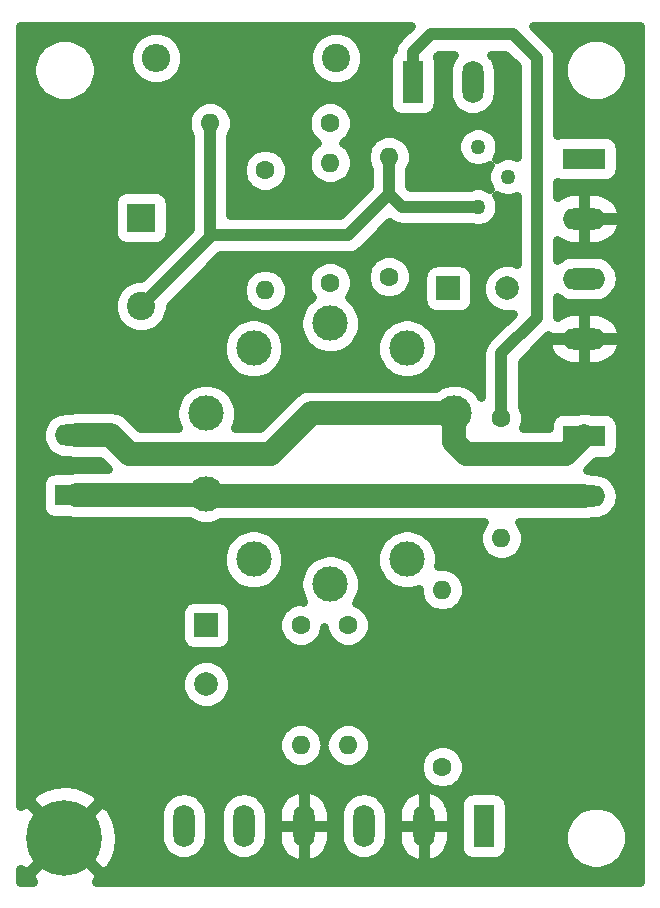
<source format=gbr>
%TF.GenerationSoftware,KiCad,Pcbnew,(5.1.5-0-10_14)*%
%TF.CreationDate,2020-09-13T21:23:24+01:00*%
%TF.ProjectId,EffectsPCB,45666665-6374-4735-9043-422e6b696361,rev?*%
%TF.SameCoordinates,Original*%
%TF.FileFunction,Copper,L1,Top*%
%TF.FilePolarity,Positive*%
%FSLAX46Y46*%
G04 Gerber Fmt 4.6, Leading zero omitted, Abs format (unit mm)*
G04 Created by KiCad (PCBNEW (5.1.5-0-10_14)) date 2020-09-13 21:23:24*
%MOMM*%
%LPD*%
G04 APERTURE LIST*
%ADD10R,2.400000X2.400000*%
%ADD11C,2.400000*%
%ADD12C,1.600000*%
%ADD13O,1.600000X1.600000*%
%ADD14C,6.400000*%
%ADD15C,1.260000*%
%ADD16R,3.600000X1.800000*%
%ADD17O,3.600000X1.800000*%
%ADD18R,1.800000X3.600000*%
%ADD19O,1.800000X3.600000*%
%ADD20R,2.000000X2.000000*%
%ADD21C,2.000000*%
%ADD22C,3.000000*%
%ADD23O,2.400000X2.400000*%
%ADD24C,1.000000*%
%ADD25C,2.000000*%
%ADD26C,0.800000*%
G04 APERTURE END LIST*
D10*
X186500000Y-85000000D03*
D11*
X186500000Y-92500000D03*
D12*
X207500000Y-90000000D03*
D13*
X207500000Y-79840000D03*
D14*
X180000000Y-137500000D03*
D12*
X200000000Y-119500000D03*
D13*
X200000000Y-129660000D03*
D15*
X215000000Y-84080000D03*
X217540000Y-81540000D03*
X215000000Y-79000000D03*
D16*
X224000000Y-103500000D03*
D17*
X224000000Y-108580000D03*
D16*
X181000000Y-108500000D03*
D17*
X181000000Y-103420000D03*
D18*
X209500000Y-73500000D03*
D19*
X214580000Y-73500000D03*
D12*
X202500000Y-90500000D03*
D13*
X202500000Y-80340000D03*
D12*
X204000000Y-119500000D03*
D13*
X204000000Y-129660000D03*
D20*
X212500000Y-91000000D03*
D21*
X217500000Y-91000000D03*
D20*
X192000000Y-119500000D03*
D21*
X192000000Y-124500000D03*
D22*
X208989435Y-113931484D03*
X202500041Y-116040367D03*
X196010602Y-113931820D03*
X192000019Y-108411708D03*
X191999956Y-101588329D03*
X196010688Y-96068136D03*
X202499959Y-93959633D03*
X208989398Y-96068180D03*
X212999981Y-101588292D03*
D12*
X202500000Y-77000000D03*
D13*
X192340000Y-77000000D03*
D12*
X212000000Y-131500000D03*
D13*
X212000000Y-116500000D03*
D12*
X197000000Y-81000000D03*
D13*
X197000000Y-91160000D03*
D12*
X217000000Y-102000000D03*
D13*
X217000000Y-112160000D03*
D11*
X203000000Y-71500000D03*
D23*
X187760000Y-71500000D03*
D16*
X224000000Y-80000000D03*
D17*
X224000000Y-85080000D03*
X224000000Y-90160000D03*
X224000000Y-95240000D03*
D18*
X215500000Y-136500000D03*
D19*
X210420000Y-136500000D03*
X205340000Y-136500000D03*
X200260000Y-136500000D03*
X195180000Y-136500000D03*
X190100000Y-136500000D03*
D24*
X215000000Y-84080000D02*
X208580000Y-84080000D01*
X208580000Y-84080000D02*
X207500000Y-83000000D01*
X192340000Y-86500000D02*
X204000000Y-86500000D01*
X207500000Y-83000000D02*
X207500000Y-79840000D01*
X204000000Y-86500000D02*
X207500000Y-83000000D01*
X192340000Y-77000000D02*
X192340000Y-86500000D01*
X192340000Y-86500000D02*
X192340000Y-86660000D01*
X192340000Y-86660000D02*
X186500000Y-92500000D01*
X217000000Y-102000000D02*
X217000000Y-96500000D01*
X209500000Y-71000000D02*
X209500000Y-73500000D01*
X211000000Y-69500000D02*
X209500000Y-71000000D01*
X218000000Y-69500000D02*
X211000000Y-69500000D01*
X220000000Y-71500000D02*
X218000000Y-69500000D01*
X220000000Y-93500000D02*
X220000000Y-71500000D01*
X217000000Y-96500000D02*
X220000000Y-93500000D01*
D25*
X212999981Y-101588292D02*
X212999981Y-103999981D01*
X222500000Y-105000000D02*
X224000000Y-103500000D01*
X214000000Y-105000000D02*
X222500000Y-105000000D01*
X212999981Y-103999981D02*
X214000000Y-105000000D01*
X181000000Y-103420000D02*
X183920000Y-103420000D01*
X200911708Y-101588292D02*
X212999981Y-101588292D01*
X197500000Y-105000000D02*
X200911708Y-101588292D01*
X185500000Y-105000000D02*
X197500000Y-105000000D01*
X183920000Y-103420000D02*
X185500000Y-105000000D01*
X212999981Y-101588292D02*
X212999981Y-101611687D01*
X181000000Y-108500000D02*
X191911727Y-108500000D01*
X191911727Y-108500000D02*
X191991727Y-108580000D01*
X191991727Y-108580000D02*
X224000000Y-108580000D01*
X192168311Y-108580000D02*
X192000019Y-108411708D01*
X191911727Y-108500000D02*
X192000019Y-108411708D01*
X191911727Y-108500000D02*
X192000019Y-108411708D01*
X191911727Y-108500000D02*
X192000019Y-108411708D01*
D26*
G36*
X208356965Y-69738872D02*
G01*
X208292103Y-69792103D01*
X208238873Y-69856964D01*
X208238868Y-69856969D01*
X208079663Y-70050961D01*
X208024743Y-70153710D01*
X207921806Y-70346292D01*
X207824598Y-70666743D01*
X207812035Y-70794293D01*
X207747366Y-70847366D01*
X207597409Y-71030090D01*
X207485981Y-71238558D01*
X207417363Y-71464759D01*
X207394194Y-71700000D01*
X207394194Y-75300000D01*
X207417363Y-75535241D01*
X207485981Y-75761442D01*
X207597409Y-75969910D01*
X207747366Y-76152634D01*
X207930090Y-76302591D01*
X208138558Y-76414019D01*
X208364759Y-76482637D01*
X208600000Y-76505806D01*
X210400000Y-76505806D01*
X210635241Y-76482637D01*
X210861442Y-76414019D01*
X211069910Y-76302591D01*
X211252634Y-76152634D01*
X211402591Y-75969910D01*
X211514019Y-75761442D01*
X211582637Y-75535241D01*
X211605806Y-75300000D01*
X211605806Y-71700000D01*
X211582637Y-71464759D01*
X211549300Y-71354863D01*
X211704163Y-71200000D01*
X213012299Y-71200000D01*
X212825465Y-71427657D01*
X212630465Y-71792477D01*
X212510385Y-72188329D01*
X212480000Y-72496834D01*
X212480000Y-74503167D01*
X212510386Y-74811672D01*
X212630466Y-75207524D01*
X212825466Y-75572343D01*
X213087892Y-75892109D01*
X213407658Y-76154535D01*
X213772477Y-76349535D01*
X214168329Y-76469615D01*
X214580000Y-76510161D01*
X214991672Y-76469615D01*
X215387524Y-76349535D01*
X215752343Y-76154535D01*
X216072109Y-75892109D01*
X216334535Y-75572343D01*
X216529535Y-75207524D01*
X216649615Y-74811672D01*
X216680000Y-74503166D01*
X216680000Y-72496833D01*
X216649615Y-72188328D01*
X216529535Y-71792476D01*
X216334535Y-71427657D01*
X216147701Y-71200000D01*
X217295837Y-71200000D01*
X218300001Y-72204164D01*
X218300001Y-79874025D01*
X218073791Y-79780325D01*
X217720239Y-79710000D01*
X217359761Y-79710000D01*
X217006209Y-79780325D01*
X216673170Y-79918275D01*
X216518132Y-80021868D01*
X216621725Y-79866830D01*
X216759675Y-79533791D01*
X216830000Y-79180239D01*
X216830000Y-78819761D01*
X216759675Y-78466209D01*
X216621725Y-78133170D01*
X216421454Y-77833443D01*
X216166557Y-77578546D01*
X215866830Y-77378275D01*
X215533791Y-77240325D01*
X215180239Y-77170000D01*
X214819761Y-77170000D01*
X214466209Y-77240325D01*
X214133170Y-77378275D01*
X213833443Y-77578546D01*
X213578546Y-77833443D01*
X213378275Y-78133170D01*
X213240325Y-78466209D01*
X213170000Y-78819761D01*
X213170000Y-79180239D01*
X213240325Y-79533791D01*
X213378275Y-79866830D01*
X213578546Y-80166557D01*
X213833443Y-80421454D01*
X214133170Y-80621725D01*
X214466209Y-80759675D01*
X214819761Y-80830000D01*
X215180239Y-80830000D01*
X215533791Y-80759675D01*
X215866830Y-80621725D01*
X216021868Y-80518132D01*
X215918275Y-80673170D01*
X215780325Y-81006209D01*
X215710000Y-81359761D01*
X215710000Y-81720239D01*
X215780325Y-82073791D01*
X215918275Y-82406830D01*
X216021868Y-82561868D01*
X215866830Y-82458275D01*
X215533791Y-82320325D01*
X215180239Y-82250000D01*
X214819761Y-82250000D01*
X214466209Y-82320325D01*
X214322142Y-82380000D01*
X209284162Y-82380000D01*
X209200000Y-82295837D01*
X209200000Y-80895675D01*
X209272377Y-80787355D01*
X209423141Y-80423378D01*
X209500000Y-80036983D01*
X209500000Y-79643017D01*
X209423141Y-79256622D01*
X209272377Y-78892645D01*
X209053501Y-78565074D01*
X208774926Y-78286499D01*
X208447355Y-78067623D01*
X208083378Y-77916859D01*
X207696983Y-77840000D01*
X207303017Y-77840000D01*
X206916622Y-77916859D01*
X206552645Y-78067623D01*
X206225074Y-78286499D01*
X205946499Y-78565074D01*
X205727623Y-78892645D01*
X205576859Y-79256622D01*
X205500000Y-79643017D01*
X205500000Y-80036983D01*
X205576859Y-80423378D01*
X205727623Y-80787355D01*
X205800001Y-80895676D01*
X205800000Y-82295837D01*
X203295837Y-84800000D01*
X194040000Y-84800000D01*
X194040000Y-80803017D01*
X195000000Y-80803017D01*
X195000000Y-81196983D01*
X195076859Y-81583378D01*
X195227623Y-81947355D01*
X195446499Y-82274926D01*
X195725074Y-82553501D01*
X196052645Y-82772377D01*
X196416622Y-82923141D01*
X196803017Y-83000000D01*
X197196983Y-83000000D01*
X197583378Y-82923141D01*
X197947355Y-82772377D01*
X198274926Y-82553501D01*
X198553501Y-82274926D01*
X198772377Y-81947355D01*
X198923141Y-81583378D01*
X199000000Y-81196983D01*
X199000000Y-80803017D01*
X198923141Y-80416622D01*
X198772377Y-80052645D01*
X198553501Y-79725074D01*
X198274926Y-79446499D01*
X197947355Y-79227623D01*
X197583378Y-79076859D01*
X197196983Y-79000000D01*
X196803017Y-79000000D01*
X196416622Y-79076859D01*
X196052645Y-79227623D01*
X195725074Y-79446499D01*
X195446499Y-79725074D01*
X195227623Y-80052645D01*
X195076859Y-80416622D01*
X195000000Y-80803017D01*
X194040000Y-80803017D01*
X194040000Y-78055675D01*
X194112377Y-77947355D01*
X194263141Y-77583378D01*
X194340000Y-77196983D01*
X194340000Y-76803017D01*
X200500000Y-76803017D01*
X200500000Y-77196983D01*
X200576859Y-77583378D01*
X200727623Y-77947355D01*
X200946499Y-78274926D01*
X201225074Y-78553501D01*
X201399427Y-78670000D01*
X201225074Y-78786499D01*
X200946499Y-79065074D01*
X200727623Y-79392645D01*
X200576859Y-79756622D01*
X200500000Y-80143017D01*
X200500000Y-80536983D01*
X200576859Y-80923378D01*
X200727623Y-81287355D01*
X200946499Y-81614926D01*
X201225074Y-81893501D01*
X201552645Y-82112377D01*
X201916622Y-82263141D01*
X202303017Y-82340000D01*
X202696983Y-82340000D01*
X203083378Y-82263141D01*
X203447355Y-82112377D01*
X203774926Y-81893501D01*
X204053501Y-81614926D01*
X204272377Y-81287355D01*
X204423141Y-80923378D01*
X204500000Y-80536983D01*
X204500000Y-80143017D01*
X204423141Y-79756622D01*
X204272377Y-79392645D01*
X204053501Y-79065074D01*
X203774926Y-78786499D01*
X203600573Y-78670000D01*
X203774926Y-78553501D01*
X204053501Y-78274926D01*
X204272377Y-77947355D01*
X204423141Y-77583378D01*
X204500000Y-77196983D01*
X204500000Y-76803017D01*
X204423141Y-76416622D01*
X204272377Y-76052645D01*
X204053501Y-75725074D01*
X203774926Y-75446499D01*
X203447355Y-75227623D01*
X203083378Y-75076859D01*
X202696983Y-75000000D01*
X202303017Y-75000000D01*
X201916622Y-75076859D01*
X201552645Y-75227623D01*
X201225074Y-75446499D01*
X200946499Y-75725074D01*
X200727623Y-76052645D01*
X200576859Y-76416622D01*
X200500000Y-76803017D01*
X194340000Y-76803017D01*
X194263141Y-76416622D01*
X194112377Y-76052645D01*
X193893501Y-75725074D01*
X193614926Y-75446499D01*
X193287355Y-75227623D01*
X192923378Y-75076859D01*
X192536983Y-75000000D01*
X192143017Y-75000000D01*
X191756622Y-75076859D01*
X191392645Y-75227623D01*
X191065074Y-75446499D01*
X190786499Y-75725074D01*
X190567623Y-76052645D01*
X190416859Y-76416622D01*
X190340000Y-76803017D01*
X190340000Y-77196983D01*
X190416859Y-77583378D01*
X190567623Y-77947355D01*
X190640000Y-78055675D01*
X190640001Y-85955836D01*
X186495837Y-90100000D01*
X186263621Y-90100000D01*
X185799946Y-90192230D01*
X185363174Y-90373147D01*
X184970089Y-90635798D01*
X184635798Y-90970089D01*
X184373147Y-91363174D01*
X184192230Y-91799946D01*
X184100000Y-92263621D01*
X184100000Y-92736379D01*
X184192230Y-93200054D01*
X184373147Y-93636826D01*
X184635798Y-94029911D01*
X184970089Y-94364202D01*
X185363174Y-94626853D01*
X185799946Y-94807770D01*
X186263621Y-94900000D01*
X186736379Y-94900000D01*
X187200054Y-94807770D01*
X187636826Y-94626853D01*
X188029911Y-94364202D01*
X188364202Y-94029911D01*
X188626853Y-93636826D01*
X188807770Y-93200054D01*
X188900000Y-92736379D01*
X188900000Y-92504163D01*
X190441146Y-90963017D01*
X195000000Y-90963017D01*
X195000000Y-91356983D01*
X195076859Y-91743378D01*
X195227623Y-92107355D01*
X195446499Y-92434926D01*
X195725074Y-92713501D01*
X196052645Y-92932377D01*
X196416622Y-93083141D01*
X196803017Y-93160000D01*
X197196983Y-93160000D01*
X197583378Y-93083141D01*
X197947355Y-92932377D01*
X198274926Y-92713501D01*
X198553501Y-92434926D01*
X198772377Y-92107355D01*
X198923141Y-91743378D01*
X199000000Y-91356983D01*
X199000000Y-90963017D01*
X198923141Y-90576622D01*
X198772377Y-90212645D01*
X198553501Y-89885074D01*
X198274926Y-89606499D01*
X197947355Y-89387623D01*
X197583378Y-89236859D01*
X197196983Y-89160000D01*
X196803017Y-89160000D01*
X196416622Y-89236859D01*
X196052645Y-89387623D01*
X195725074Y-89606499D01*
X195446499Y-89885074D01*
X195227623Y-90212645D01*
X195076859Y-90576622D01*
X195000000Y-90963017D01*
X190441146Y-90963017D01*
X193204163Y-88200000D01*
X203916500Y-88200000D01*
X204000000Y-88208224D01*
X204083500Y-88200000D01*
X204083510Y-88200000D01*
X204333258Y-88175402D01*
X204653709Y-88078194D01*
X204949039Y-87920337D01*
X205012937Y-87867897D01*
X205143031Y-87761132D01*
X205143035Y-87761128D01*
X205207897Y-87707897D01*
X205261128Y-87643035D01*
X207506208Y-85397955D01*
X207630961Y-85500337D01*
X207926291Y-85658194D01*
X208246742Y-85755402D01*
X208496490Y-85780000D01*
X208496498Y-85780000D01*
X208580000Y-85788224D01*
X208663502Y-85780000D01*
X214322142Y-85780000D01*
X214466209Y-85839675D01*
X214819761Y-85910000D01*
X215180239Y-85910000D01*
X215533791Y-85839675D01*
X215866830Y-85701725D01*
X216166557Y-85501454D01*
X216421454Y-85246557D01*
X216621725Y-84946830D01*
X216759675Y-84613791D01*
X216830000Y-84260239D01*
X216830000Y-83899761D01*
X216759675Y-83546209D01*
X216621725Y-83213170D01*
X216518132Y-83058132D01*
X216673170Y-83161725D01*
X217006209Y-83299675D01*
X217359761Y-83370000D01*
X217720239Y-83370000D01*
X218073791Y-83299675D01*
X218300000Y-83205975D01*
X218300000Y-88950108D01*
X218141716Y-88884545D01*
X217716681Y-88800000D01*
X217283319Y-88800000D01*
X216858284Y-88884545D01*
X216457909Y-89050385D01*
X216097582Y-89291148D01*
X215791148Y-89597582D01*
X215550385Y-89957909D01*
X215384545Y-90358284D01*
X215300000Y-90783319D01*
X215300000Y-91216681D01*
X215384545Y-91641716D01*
X215550385Y-92042091D01*
X215791148Y-92402418D01*
X216097582Y-92708852D01*
X216457909Y-92949615D01*
X216858284Y-93115455D01*
X217283319Y-93200000D01*
X217716681Y-93200000D01*
X217940322Y-93155515D01*
X215856961Y-95238876D01*
X215792104Y-95292103D01*
X215738877Y-95356960D01*
X215738868Y-95356969D01*
X215579663Y-95550961D01*
X215421807Y-95846291D01*
X215324599Y-96166742D01*
X215291776Y-96500000D01*
X215300001Y-96583510D01*
X215300000Y-100170642D01*
X215097208Y-99867142D01*
X214721131Y-99491065D01*
X214278911Y-99195583D01*
X213787542Y-98992052D01*
X213265908Y-98888292D01*
X212734054Y-98888292D01*
X212212420Y-98992052D01*
X211721051Y-99195583D01*
X211432642Y-99388292D01*
X201019770Y-99388292D01*
X200911708Y-99377649D01*
X200803646Y-99388292D01*
X200803638Y-99388292D01*
X200480433Y-99420125D01*
X200065731Y-99545923D01*
X199683540Y-99750209D01*
X199432490Y-99956240D01*
X199432486Y-99956244D01*
X199348547Y-100025131D01*
X199279659Y-100109071D01*
X196588732Y-102800000D01*
X194420524Y-102800000D01*
X194596196Y-102375890D01*
X194699956Y-101854256D01*
X194699956Y-101322402D01*
X194596196Y-100800768D01*
X194392665Y-100309399D01*
X194097183Y-99867179D01*
X193721106Y-99491102D01*
X193278886Y-99195620D01*
X192787517Y-98992089D01*
X192265883Y-98888329D01*
X191734029Y-98888329D01*
X191212395Y-98992089D01*
X190721026Y-99195620D01*
X190278806Y-99491102D01*
X189902729Y-99867179D01*
X189607247Y-100309399D01*
X189403716Y-100800768D01*
X189299956Y-101322402D01*
X189299956Y-101854256D01*
X189403716Y-102375890D01*
X189579388Y-102800000D01*
X186411269Y-102800000D01*
X185552057Y-101940788D01*
X185483161Y-101856839D01*
X185148168Y-101581917D01*
X184765977Y-101377631D01*
X184351275Y-101251833D01*
X184028070Y-101220000D01*
X184028060Y-101220000D01*
X183920000Y-101209357D01*
X183811940Y-101220000D01*
X180891930Y-101220000D01*
X180568725Y-101251833D01*
X180344008Y-101320000D01*
X179996833Y-101320000D01*
X179688328Y-101350385D01*
X179292476Y-101470465D01*
X178927657Y-101665465D01*
X178607891Y-101927891D01*
X178345465Y-102247657D01*
X178150465Y-102612476D01*
X178030385Y-103008328D01*
X177989839Y-103420000D01*
X178030385Y-103831672D01*
X178150465Y-104227524D01*
X178345465Y-104592343D01*
X178607891Y-104912109D01*
X178927657Y-105174535D01*
X179292476Y-105369535D01*
X179688328Y-105489615D01*
X179996833Y-105520000D01*
X180344008Y-105520000D01*
X180568725Y-105588167D01*
X180891930Y-105620000D01*
X183008731Y-105620000D01*
X183688730Y-106300000D01*
X180891930Y-106300000D01*
X180568725Y-106331833D01*
X180363148Y-106394194D01*
X179200000Y-106394194D01*
X178964759Y-106417363D01*
X178738558Y-106485981D01*
X178530090Y-106597409D01*
X178347366Y-106747366D01*
X178197409Y-106930090D01*
X178085981Y-107138558D01*
X178017363Y-107364759D01*
X177994194Y-107600000D01*
X177994194Y-109400000D01*
X178017363Y-109635241D01*
X178085981Y-109861442D01*
X178197409Y-110069910D01*
X178347366Y-110252634D01*
X178530090Y-110402591D01*
X178738558Y-110514019D01*
X178964759Y-110582637D01*
X179200000Y-110605806D01*
X180363148Y-110605806D01*
X180568725Y-110668167D01*
X180891930Y-110700000D01*
X190564818Y-110700000D01*
X190721089Y-110804417D01*
X191212458Y-111007948D01*
X191734092Y-111111708D01*
X192265946Y-111111708D01*
X192787580Y-111007948D01*
X193278949Y-110804417D01*
X193315492Y-110780000D01*
X215551573Y-110780000D01*
X215446499Y-110885074D01*
X215227623Y-111212645D01*
X215076859Y-111576622D01*
X215000000Y-111963017D01*
X215000000Y-112356983D01*
X215076859Y-112743378D01*
X215227623Y-113107355D01*
X215446499Y-113434926D01*
X215725074Y-113713501D01*
X216052645Y-113932377D01*
X216416622Y-114083141D01*
X216803017Y-114160000D01*
X217196983Y-114160000D01*
X217583378Y-114083141D01*
X217947355Y-113932377D01*
X218274926Y-113713501D01*
X218553501Y-113434926D01*
X218772377Y-113107355D01*
X218923141Y-112743378D01*
X219000000Y-112356983D01*
X219000000Y-111963017D01*
X218923141Y-111576622D01*
X218772377Y-111212645D01*
X218553501Y-110885074D01*
X218448427Y-110780000D01*
X224108070Y-110780000D01*
X224431275Y-110748167D01*
X224655992Y-110680000D01*
X225003167Y-110680000D01*
X225311672Y-110649615D01*
X225707524Y-110529535D01*
X226072343Y-110334535D01*
X226392109Y-110072109D01*
X226654535Y-109752343D01*
X226849535Y-109387524D01*
X226969615Y-108991672D01*
X227010161Y-108580000D01*
X226969615Y-108168328D01*
X226849535Y-107772476D01*
X226654535Y-107407657D01*
X226392109Y-107087891D01*
X226072343Y-106825465D01*
X225707524Y-106630465D01*
X225311672Y-106510385D01*
X225003167Y-106480000D01*
X224655992Y-106480000D01*
X224431275Y-106411833D01*
X224220222Y-106391046D01*
X225005463Y-105605806D01*
X225800000Y-105605806D01*
X226035241Y-105582637D01*
X226261442Y-105514019D01*
X226469910Y-105402591D01*
X226652634Y-105252634D01*
X226802591Y-105069910D01*
X226914019Y-104861442D01*
X226982637Y-104635241D01*
X227005806Y-104400000D01*
X227005806Y-102600000D01*
X226982637Y-102364759D01*
X226914019Y-102138558D01*
X226802591Y-101930090D01*
X226652634Y-101747366D01*
X226469910Y-101597409D01*
X226261442Y-101485981D01*
X226035241Y-101417363D01*
X225800000Y-101394194D01*
X224636848Y-101394194D01*
X224431274Y-101331834D01*
X223999999Y-101289357D01*
X223568724Y-101331834D01*
X223363150Y-101394194D01*
X222200000Y-101394194D01*
X221964759Y-101417363D01*
X221738558Y-101485981D01*
X221530090Y-101597409D01*
X221347366Y-101747366D01*
X221197409Y-101930090D01*
X221085981Y-102138558D01*
X221017363Y-102364759D01*
X220994194Y-102600000D01*
X220994194Y-102800000D01*
X218833413Y-102800000D01*
X218923141Y-102583378D01*
X219000000Y-102196983D01*
X219000000Y-101803017D01*
X218923141Y-101416622D01*
X218772377Y-101052645D01*
X218700000Y-100944325D01*
X218700000Y-97204163D01*
X220205935Y-95698228D01*
X220846108Y-95698228D01*
X220936808Y-96027784D01*
X221132062Y-96434665D01*
X221402943Y-96795635D01*
X221739041Y-97096823D01*
X222127440Y-97326655D01*
X222553214Y-97476297D01*
X223000000Y-97540000D01*
X223900000Y-97540000D01*
X223900000Y-95340000D01*
X224100000Y-95340000D01*
X224100000Y-97540000D01*
X225000000Y-97540000D01*
X225446786Y-97476297D01*
X225872560Y-97326655D01*
X226260959Y-97096823D01*
X226597057Y-96795635D01*
X226867938Y-96434665D01*
X227063192Y-96027784D01*
X227153892Y-95698228D01*
X226847434Y-95340000D01*
X224100000Y-95340000D01*
X223900000Y-95340000D01*
X221152566Y-95340000D01*
X220846108Y-95698228D01*
X220205935Y-95698228D01*
X220973490Y-94930673D01*
X221152566Y-95140000D01*
X223900000Y-95140000D01*
X223900000Y-92940000D01*
X224100000Y-92940000D01*
X224100000Y-95140000D01*
X226847434Y-95140000D01*
X227153892Y-94781772D01*
X227063192Y-94452216D01*
X226867938Y-94045335D01*
X226597057Y-93684365D01*
X226260959Y-93383177D01*
X225872560Y-93153345D01*
X225446786Y-93003703D01*
X225000000Y-92940000D01*
X224100000Y-92940000D01*
X223900000Y-92940000D01*
X223000000Y-92940000D01*
X222553214Y-93003703D01*
X222127440Y-93153345D01*
X221739041Y-93383177D01*
X221700151Y-93418028D01*
X221700000Y-93416498D01*
X221700000Y-91727701D01*
X221927657Y-91914535D01*
X222292476Y-92109535D01*
X222688328Y-92229615D01*
X222996833Y-92260000D01*
X225003167Y-92260000D01*
X225311672Y-92229615D01*
X225707524Y-92109535D01*
X226072343Y-91914535D01*
X226392109Y-91652109D01*
X226654535Y-91332343D01*
X226849535Y-90967524D01*
X226969615Y-90571672D01*
X227010161Y-90160000D01*
X226969615Y-89748328D01*
X226849535Y-89352476D01*
X226654535Y-88987657D01*
X226392109Y-88667891D01*
X226072343Y-88405465D01*
X225707524Y-88210465D01*
X225311672Y-88090385D01*
X225003167Y-88060000D01*
X222996833Y-88060000D01*
X222688328Y-88090385D01*
X222292476Y-88210465D01*
X221927657Y-88405465D01*
X221700000Y-88592299D01*
X221700000Y-86901837D01*
X221739041Y-86936823D01*
X222127440Y-87166655D01*
X222553214Y-87316297D01*
X223000000Y-87380000D01*
X223900000Y-87380000D01*
X223900000Y-85180000D01*
X224100000Y-85180000D01*
X224100000Y-87380000D01*
X225000000Y-87380000D01*
X225446786Y-87316297D01*
X225872560Y-87166655D01*
X226260959Y-86936823D01*
X226597057Y-86635635D01*
X226867938Y-86274665D01*
X227063192Y-85867784D01*
X227153892Y-85538228D01*
X226847434Y-85180000D01*
X224100000Y-85180000D01*
X223900000Y-85180000D01*
X223880000Y-85180000D01*
X223880000Y-84980000D01*
X223900000Y-84980000D01*
X223900000Y-82780000D01*
X224100000Y-82780000D01*
X224100000Y-84980000D01*
X226847434Y-84980000D01*
X227153892Y-84621772D01*
X227063192Y-84292216D01*
X226867938Y-83885335D01*
X226597057Y-83524365D01*
X226260959Y-83223177D01*
X225872560Y-82993345D01*
X225446786Y-82843703D01*
X225000000Y-82780000D01*
X224100000Y-82780000D01*
X223900000Y-82780000D01*
X223000000Y-82780000D01*
X222553214Y-82843703D01*
X222127440Y-82993345D01*
X221739041Y-83223177D01*
X221700000Y-83258163D01*
X221700000Y-81993409D01*
X221738558Y-82014019D01*
X221964759Y-82082637D01*
X222200000Y-82105806D01*
X225800000Y-82105806D01*
X226035241Y-82082637D01*
X226261442Y-82014019D01*
X226469910Y-81902591D01*
X226652634Y-81752634D01*
X226802591Y-81569910D01*
X226914019Y-81361442D01*
X226982637Y-81135241D01*
X227005806Y-80900000D01*
X227005806Y-79100000D01*
X226982637Y-78864759D01*
X226914019Y-78638558D01*
X226802591Y-78430090D01*
X226652634Y-78247366D01*
X226469910Y-78097409D01*
X226261442Y-77985981D01*
X226035241Y-77917363D01*
X225800000Y-77894194D01*
X222200000Y-77894194D01*
X221964759Y-77917363D01*
X221738558Y-77985981D01*
X221700000Y-78006591D01*
X221700000Y-72224224D01*
X222200000Y-72224224D01*
X222200000Y-72775776D01*
X222307602Y-73316730D01*
X222518672Y-73826297D01*
X222825098Y-74284896D01*
X223215104Y-74674902D01*
X223673703Y-74981328D01*
X224183270Y-75192398D01*
X224724224Y-75300000D01*
X225275776Y-75300000D01*
X225816730Y-75192398D01*
X226326297Y-74981328D01*
X226784896Y-74674902D01*
X227174902Y-74284896D01*
X227481328Y-73826297D01*
X227692398Y-73316730D01*
X227800000Y-72775776D01*
X227800000Y-72224224D01*
X227692398Y-71683270D01*
X227481328Y-71173703D01*
X227174902Y-70715104D01*
X226784896Y-70325098D01*
X226326297Y-70018672D01*
X225816730Y-69807602D01*
X225275776Y-69700000D01*
X224724224Y-69700000D01*
X224183270Y-69807602D01*
X223673703Y-70018672D01*
X223215104Y-70325098D01*
X222825098Y-70715104D01*
X222518672Y-71173703D01*
X222307602Y-71683270D01*
X222200000Y-72224224D01*
X221700000Y-72224224D01*
X221700000Y-71583499D01*
X221708224Y-71499999D01*
X221700000Y-71416499D01*
X221700000Y-71416490D01*
X221675402Y-71166742D01*
X221578194Y-70846291D01*
X221469550Y-70643032D01*
X221420337Y-70550960D01*
X221261131Y-70356968D01*
X221261128Y-70356965D01*
X221207897Y-70292103D01*
X221143035Y-70238872D01*
X219679163Y-68775000D01*
X228725000Y-68775000D01*
X228725001Y-141225000D01*
X182667531Y-141225000D01*
X182949403Y-140590825D01*
X180000000Y-137641421D01*
X177050597Y-140590825D01*
X177332469Y-141225000D01*
X176275000Y-141225000D01*
X176275000Y-140167531D01*
X176909175Y-140449403D01*
X179858579Y-137500000D01*
X180141421Y-137500000D01*
X183090825Y-140449403D01*
X183797388Y-140135357D01*
X184238554Y-139343885D01*
X184516836Y-138481554D01*
X184621538Y-137581503D01*
X184548637Y-136678319D01*
X184300935Y-135806713D01*
X184142262Y-135496833D01*
X188000000Y-135496833D01*
X188000000Y-137503166D01*
X188030385Y-137811671D01*
X188150465Y-138207523D01*
X188345465Y-138572343D01*
X188607891Y-138892109D01*
X188927657Y-139154535D01*
X189292476Y-139349535D01*
X189688328Y-139469615D01*
X190100000Y-139510161D01*
X190511671Y-139469615D01*
X190907523Y-139349535D01*
X191272343Y-139154535D01*
X191592109Y-138892109D01*
X191854535Y-138572343D01*
X192049535Y-138207524D01*
X192169615Y-137811672D01*
X192200000Y-137503167D01*
X192200000Y-135496834D01*
X192200000Y-135496833D01*
X193080000Y-135496833D01*
X193080000Y-137503166D01*
X193110385Y-137811671D01*
X193230465Y-138207523D01*
X193425465Y-138572343D01*
X193687891Y-138892109D01*
X194007657Y-139154535D01*
X194372476Y-139349535D01*
X194768328Y-139469615D01*
X195180000Y-139510161D01*
X195591671Y-139469615D01*
X195987523Y-139349535D01*
X196352343Y-139154535D01*
X196672109Y-138892109D01*
X196934535Y-138572343D01*
X197129535Y-138207524D01*
X197249615Y-137811672D01*
X197280000Y-137503167D01*
X197280000Y-136600000D01*
X197960000Y-136600000D01*
X197960000Y-137500000D01*
X198023703Y-137946786D01*
X198173345Y-138372560D01*
X198403177Y-138760959D01*
X198704365Y-139097057D01*
X199065335Y-139367938D01*
X199472216Y-139563192D01*
X199801772Y-139653892D01*
X200160000Y-139347434D01*
X200160000Y-136600000D01*
X200360000Y-136600000D01*
X200360000Y-139347434D01*
X200718228Y-139653892D01*
X201047784Y-139563192D01*
X201454665Y-139367938D01*
X201815635Y-139097057D01*
X202116823Y-138760959D01*
X202346655Y-138372560D01*
X202496297Y-137946786D01*
X202560000Y-137500000D01*
X202560000Y-136600000D01*
X200360000Y-136600000D01*
X200160000Y-136600000D01*
X197960000Y-136600000D01*
X197280000Y-136600000D01*
X197280000Y-135500000D01*
X197960000Y-135500000D01*
X197960000Y-136400000D01*
X200160000Y-136400000D01*
X200160000Y-133652566D01*
X200360000Y-133652566D01*
X200360000Y-136400000D01*
X202560000Y-136400000D01*
X202560000Y-135500000D01*
X202559549Y-135496833D01*
X203240000Y-135496833D01*
X203240000Y-137503166D01*
X203270385Y-137811671D01*
X203390465Y-138207523D01*
X203585465Y-138572343D01*
X203847891Y-138892109D01*
X204167657Y-139154535D01*
X204532476Y-139349535D01*
X204928328Y-139469615D01*
X205340000Y-139510161D01*
X205751671Y-139469615D01*
X206147523Y-139349535D01*
X206512343Y-139154535D01*
X206832109Y-138892109D01*
X207094535Y-138572343D01*
X207289535Y-138207524D01*
X207409615Y-137811672D01*
X207440000Y-137503167D01*
X207440000Y-136600000D01*
X208120000Y-136600000D01*
X208120000Y-137500000D01*
X208183703Y-137946786D01*
X208333345Y-138372560D01*
X208563177Y-138760959D01*
X208864365Y-139097057D01*
X209225335Y-139367938D01*
X209632216Y-139563192D01*
X209961772Y-139653892D01*
X210320000Y-139347434D01*
X210320000Y-136600000D01*
X210520000Y-136600000D01*
X210520000Y-139347434D01*
X210878228Y-139653892D01*
X211207784Y-139563192D01*
X211614665Y-139367938D01*
X211975635Y-139097057D01*
X212276823Y-138760959D01*
X212506655Y-138372560D01*
X212656297Y-137946786D01*
X212720000Y-137500000D01*
X212720000Y-136600000D01*
X210520000Y-136600000D01*
X210320000Y-136600000D01*
X208120000Y-136600000D01*
X207440000Y-136600000D01*
X207440000Y-135500000D01*
X208120000Y-135500000D01*
X208120000Y-136400000D01*
X210320000Y-136400000D01*
X210320000Y-133652566D01*
X210520000Y-133652566D01*
X210520000Y-136400000D01*
X212720000Y-136400000D01*
X212720000Y-135500000D01*
X212656297Y-135053214D01*
X212532157Y-134700000D01*
X213394194Y-134700000D01*
X213394194Y-138300000D01*
X213417363Y-138535241D01*
X213485981Y-138761442D01*
X213597409Y-138969910D01*
X213747366Y-139152634D01*
X213930090Y-139302591D01*
X214138558Y-139414019D01*
X214364759Y-139482637D01*
X214600000Y-139505806D01*
X216400000Y-139505806D01*
X216635241Y-139482637D01*
X216861442Y-139414019D01*
X217069910Y-139302591D01*
X217252634Y-139152634D01*
X217402591Y-138969910D01*
X217514019Y-138761442D01*
X217582637Y-138535241D01*
X217605806Y-138300000D01*
X217605806Y-137224224D01*
X222200000Y-137224224D01*
X222200000Y-137775776D01*
X222307602Y-138316730D01*
X222518672Y-138826297D01*
X222825098Y-139284896D01*
X223215104Y-139674902D01*
X223673703Y-139981328D01*
X224183270Y-140192398D01*
X224724224Y-140300000D01*
X225275776Y-140300000D01*
X225816730Y-140192398D01*
X226326297Y-139981328D01*
X226784896Y-139674902D01*
X227174902Y-139284896D01*
X227481328Y-138826297D01*
X227692398Y-138316730D01*
X227800000Y-137775776D01*
X227800000Y-137224224D01*
X227692398Y-136683270D01*
X227481328Y-136173703D01*
X227174902Y-135715104D01*
X226784896Y-135325098D01*
X226326297Y-135018672D01*
X225816730Y-134807602D01*
X225275776Y-134700000D01*
X224724224Y-134700000D01*
X224183270Y-134807602D01*
X223673703Y-135018672D01*
X223215104Y-135325098D01*
X222825098Y-135715104D01*
X222518672Y-136173703D01*
X222307602Y-136683270D01*
X222200000Y-137224224D01*
X217605806Y-137224224D01*
X217605806Y-134700000D01*
X217582637Y-134464759D01*
X217514019Y-134238558D01*
X217402591Y-134030090D01*
X217252634Y-133847366D01*
X217069910Y-133697409D01*
X216861442Y-133585981D01*
X216635241Y-133517363D01*
X216400000Y-133494194D01*
X214600000Y-133494194D01*
X214364759Y-133517363D01*
X214138558Y-133585981D01*
X213930090Y-133697409D01*
X213747366Y-133847366D01*
X213597409Y-134030090D01*
X213485981Y-134238558D01*
X213417363Y-134464759D01*
X213394194Y-134700000D01*
X212532157Y-134700000D01*
X212506655Y-134627440D01*
X212276823Y-134239041D01*
X211975635Y-133902943D01*
X211614665Y-133632062D01*
X211207784Y-133436808D01*
X210878228Y-133346108D01*
X210520000Y-133652566D01*
X210320000Y-133652566D01*
X209961772Y-133346108D01*
X209632216Y-133436808D01*
X209225335Y-133632062D01*
X208864365Y-133902943D01*
X208563177Y-134239041D01*
X208333345Y-134627440D01*
X208183703Y-135053214D01*
X208120000Y-135500000D01*
X207440000Y-135500000D01*
X207440000Y-135496834D01*
X207409615Y-135188328D01*
X207289535Y-134792476D01*
X207094535Y-134427657D01*
X206832109Y-134107891D01*
X206512343Y-133845465D01*
X206147524Y-133650465D01*
X205751672Y-133530385D01*
X205340000Y-133489839D01*
X204928329Y-133530385D01*
X204532477Y-133650465D01*
X204167658Y-133845465D01*
X203847892Y-134107891D01*
X203585466Y-134427657D01*
X203390466Y-134792476D01*
X203270386Y-135188328D01*
X203240000Y-135496833D01*
X202559549Y-135496833D01*
X202496297Y-135053214D01*
X202346655Y-134627440D01*
X202116823Y-134239041D01*
X201815635Y-133902943D01*
X201454665Y-133632062D01*
X201047784Y-133436808D01*
X200718228Y-133346108D01*
X200360000Y-133652566D01*
X200160000Y-133652566D01*
X199801772Y-133346108D01*
X199472216Y-133436808D01*
X199065335Y-133632062D01*
X198704365Y-133902943D01*
X198403177Y-134239041D01*
X198173345Y-134627440D01*
X198023703Y-135053214D01*
X197960000Y-135500000D01*
X197280000Y-135500000D01*
X197280000Y-135496834D01*
X197249615Y-135188328D01*
X197129535Y-134792476D01*
X196934535Y-134427657D01*
X196672109Y-134107891D01*
X196352343Y-133845465D01*
X195987524Y-133650465D01*
X195591672Y-133530385D01*
X195180000Y-133489839D01*
X194768329Y-133530385D01*
X194372477Y-133650465D01*
X194007658Y-133845465D01*
X193687892Y-134107891D01*
X193425466Y-134427657D01*
X193230466Y-134792476D01*
X193110386Y-135188328D01*
X193080000Y-135496833D01*
X192200000Y-135496833D01*
X192169615Y-135188328D01*
X192049535Y-134792476D01*
X191854535Y-134427657D01*
X191592109Y-134107891D01*
X191272343Y-133845465D01*
X190907524Y-133650465D01*
X190511672Y-133530385D01*
X190100000Y-133489839D01*
X189688329Y-133530385D01*
X189292477Y-133650465D01*
X188927658Y-133845465D01*
X188607892Y-134107891D01*
X188345466Y-134427657D01*
X188150466Y-134792476D01*
X188030386Y-135188328D01*
X188000000Y-135496833D01*
X184142262Y-135496833D01*
X183887949Y-135000178D01*
X183797388Y-134864643D01*
X183090825Y-134550597D01*
X180141421Y-137500000D01*
X179858579Y-137500000D01*
X176909175Y-134550597D01*
X176275000Y-134832469D01*
X176275000Y-134409175D01*
X177050597Y-134409175D01*
X180000000Y-137358579D01*
X182949403Y-134409175D01*
X182635357Y-133702612D01*
X181843885Y-133261446D01*
X180981554Y-132983164D01*
X180081503Y-132878462D01*
X179178319Y-132951363D01*
X178306713Y-133199065D01*
X177500178Y-133612051D01*
X177364643Y-133702612D01*
X177050597Y-134409175D01*
X176275000Y-134409175D01*
X176275000Y-129463017D01*
X198000000Y-129463017D01*
X198000000Y-129856983D01*
X198076859Y-130243378D01*
X198227623Y-130607355D01*
X198446499Y-130934926D01*
X198725074Y-131213501D01*
X199052645Y-131432377D01*
X199416622Y-131583141D01*
X199803017Y-131660000D01*
X200196983Y-131660000D01*
X200583378Y-131583141D01*
X200947355Y-131432377D01*
X201274926Y-131213501D01*
X201553501Y-130934926D01*
X201772377Y-130607355D01*
X201923141Y-130243378D01*
X202000000Y-129856983D01*
X202076859Y-130243378D01*
X202227623Y-130607355D01*
X202446499Y-130934926D01*
X202725074Y-131213501D01*
X203052645Y-131432377D01*
X203416622Y-131583141D01*
X203803017Y-131660000D01*
X204196983Y-131660000D01*
X204583378Y-131583141D01*
X204947355Y-131432377D01*
X205140955Y-131303017D01*
X210000000Y-131303017D01*
X210000000Y-131696983D01*
X210076859Y-132083378D01*
X210227623Y-132447355D01*
X210446499Y-132774926D01*
X210725074Y-133053501D01*
X211052645Y-133272377D01*
X211416622Y-133423141D01*
X211803017Y-133500000D01*
X212196983Y-133500000D01*
X212583378Y-133423141D01*
X212947355Y-133272377D01*
X213274926Y-133053501D01*
X213553501Y-132774926D01*
X213772377Y-132447355D01*
X213923141Y-132083378D01*
X214000000Y-131696983D01*
X214000000Y-131303017D01*
X213923141Y-130916622D01*
X213772377Y-130552645D01*
X213553501Y-130225074D01*
X213274926Y-129946499D01*
X212947355Y-129727623D01*
X212583378Y-129576859D01*
X212196983Y-129500000D01*
X211803017Y-129500000D01*
X211416622Y-129576859D01*
X211052645Y-129727623D01*
X210725074Y-129946499D01*
X210446499Y-130225074D01*
X210227623Y-130552645D01*
X210076859Y-130916622D01*
X210000000Y-131303017D01*
X205140955Y-131303017D01*
X205274926Y-131213501D01*
X205553501Y-130934926D01*
X205772377Y-130607355D01*
X205923141Y-130243378D01*
X206000000Y-129856983D01*
X206000000Y-129463017D01*
X205923141Y-129076622D01*
X205772377Y-128712645D01*
X205553501Y-128385074D01*
X205274926Y-128106499D01*
X204947355Y-127887623D01*
X204583378Y-127736859D01*
X204196983Y-127660000D01*
X203803017Y-127660000D01*
X203416622Y-127736859D01*
X203052645Y-127887623D01*
X202725074Y-128106499D01*
X202446499Y-128385074D01*
X202227623Y-128712645D01*
X202076859Y-129076622D01*
X202000000Y-129463017D01*
X201923141Y-129076622D01*
X201772377Y-128712645D01*
X201553501Y-128385074D01*
X201274926Y-128106499D01*
X200947355Y-127887623D01*
X200583378Y-127736859D01*
X200196983Y-127660000D01*
X199803017Y-127660000D01*
X199416622Y-127736859D01*
X199052645Y-127887623D01*
X198725074Y-128106499D01*
X198446499Y-128385074D01*
X198227623Y-128712645D01*
X198076859Y-129076622D01*
X198000000Y-129463017D01*
X176275000Y-129463017D01*
X176275000Y-124283319D01*
X189800000Y-124283319D01*
X189800000Y-124716681D01*
X189884545Y-125141716D01*
X190050385Y-125542091D01*
X190291148Y-125902418D01*
X190597582Y-126208852D01*
X190957909Y-126449615D01*
X191358284Y-126615455D01*
X191783319Y-126700000D01*
X192216681Y-126700000D01*
X192641716Y-126615455D01*
X193042091Y-126449615D01*
X193402418Y-126208852D01*
X193708852Y-125902418D01*
X193949615Y-125542091D01*
X194115455Y-125141716D01*
X194200000Y-124716681D01*
X194200000Y-124283319D01*
X194115455Y-123858284D01*
X193949615Y-123457909D01*
X193708852Y-123097582D01*
X193402418Y-122791148D01*
X193042091Y-122550385D01*
X192641716Y-122384545D01*
X192216681Y-122300000D01*
X191783319Y-122300000D01*
X191358284Y-122384545D01*
X190957909Y-122550385D01*
X190597582Y-122791148D01*
X190291148Y-123097582D01*
X190050385Y-123457909D01*
X189884545Y-123858284D01*
X189800000Y-124283319D01*
X176275000Y-124283319D01*
X176275000Y-118500000D01*
X189794194Y-118500000D01*
X189794194Y-120500000D01*
X189817363Y-120735241D01*
X189885981Y-120961442D01*
X189997409Y-121169910D01*
X190147366Y-121352634D01*
X190330090Y-121502591D01*
X190538558Y-121614019D01*
X190764759Y-121682637D01*
X191000000Y-121705806D01*
X193000000Y-121705806D01*
X193235241Y-121682637D01*
X193461442Y-121614019D01*
X193669910Y-121502591D01*
X193852634Y-121352634D01*
X194002591Y-121169910D01*
X194114019Y-120961442D01*
X194182637Y-120735241D01*
X194205806Y-120500000D01*
X194205806Y-119303017D01*
X198000000Y-119303017D01*
X198000000Y-119696983D01*
X198076859Y-120083378D01*
X198227623Y-120447355D01*
X198446499Y-120774926D01*
X198725074Y-121053501D01*
X199052645Y-121272377D01*
X199416622Y-121423141D01*
X199803017Y-121500000D01*
X200196983Y-121500000D01*
X200583378Y-121423141D01*
X200947355Y-121272377D01*
X201274926Y-121053501D01*
X201553501Y-120774926D01*
X201772377Y-120447355D01*
X201923141Y-120083378D01*
X202000000Y-119696983D01*
X202076859Y-120083378D01*
X202227623Y-120447355D01*
X202446499Y-120774926D01*
X202725074Y-121053501D01*
X203052645Y-121272377D01*
X203416622Y-121423141D01*
X203803017Y-121500000D01*
X204196983Y-121500000D01*
X204583378Y-121423141D01*
X204947355Y-121272377D01*
X205274926Y-121053501D01*
X205553501Y-120774926D01*
X205772377Y-120447355D01*
X205923141Y-120083378D01*
X206000000Y-119696983D01*
X206000000Y-119303017D01*
X205923141Y-118916622D01*
X205772377Y-118552645D01*
X205553501Y-118225074D01*
X205274926Y-117946499D01*
X204947355Y-117727623D01*
X204690895Y-117621394D01*
X204892750Y-117319297D01*
X205096281Y-116827928D01*
X205200041Y-116306294D01*
X205200041Y-115774440D01*
X205096281Y-115252806D01*
X204892750Y-114761437D01*
X204597268Y-114319217D01*
X204221191Y-113943140D01*
X203805759Y-113665557D01*
X206289435Y-113665557D01*
X206289435Y-114197411D01*
X206393195Y-114719045D01*
X206596726Y-115210414D01*
X206892208Y-115652634D01*
X207268285Y-116028711D01*
X207710505Y-116324193D01*
X208201874Y-116527724D01*
X208723508Y-116631484D01*
X209255362Y-116631484D01*
X209776996Y-116527724D01*
X210000000Y-116435353D01*
X210000000Y-116696983D01*
X210076859Y-117083378D01*
X210227623Y-117447355D01*
X210446499Y-117774926D01*
X210725074Y-118053501D01*
X211052645Y-118272377D01*
X211416622Y-118423141D01*
X211803017Y-118500000D01*
X212196983Y-118500000D01*
X212583378Y-118423141D01*
X212947355Y-118272377D01*
X213274926Y-118053501D01*
X213553501Y-117774926D01*
X213772377Y-117447355D01*
X213923141Y-117083378D01*
X214000000Y-116696983D01*
X214000000Y-116303017D01*
X213923141Y-115916622D01*
X213772377Y-115552645D01*
X213553501Y-115225074D01*
X213274926Y-114946499D01*
X212947355Y-114727623D01*
X212583378Y-114576859D01*
X212196983Y-114500000D01*
X211803017Y-114500000D01*
X211622087Y-114535989D01*
X211689435Y-114197411D01*
X211689435Y-113665557D01*
X211585675Y-113143923D01*
X211382144Y-112652554D01*
X211086662Y-112210334D01*
X210710585Y-111834257D01*
X210268365Y-111538775D01*
X209776996Y-111335244D01*
X209255362Y-111231484D01*
X208723508Y-111231484D01*
X208201874Y-111335244D01*
X207710505Y-111538775D01*
X207268285Y-111834257D01*
X206892208Y-112210334D01*
X206596726Y-112652554D01*
X206393195Y-113143923D01*
X206289435Y-113665557D01*
X203805759Y-113665557D01*
X203778971Y-113647658D01*
X203287602Y-113444127D01*
X202765968Y-113340367D01*
X202234114Y-113340367D01*
X201712480Y-113444127D01*
X201221111Y-113647658D01*
X200778891Y-113943140D01*
X200402814Y-114319217D01*
X200107332Y-114761437D01*
X199903801Y-115252806D01*
X199800041Y-115774440D01*
X199800041Y-116306294D01*
X199903801Y-116827928D01*
X200107332Y-117319297D01*
X200232840Y-117507132D01*
X200196983Y-117500000D01*
X199803017Y-117500000D01*
X199416622Y-117576859D01*
X199052645Y-117727623D01*
X198725074Y-117946499D01*
X198446499Y-118225074D01*
X198227623Y-118552645D01*
X198076859Y-118916622D01*
X198000000Y-119303017D01*
X194205806Y-119303017D01*
X194205806Y-118500000D01*
X194182637Y-118264759D01*
X194114019Y-118038558D01*
X194002591Y-117830090D01*
X193852634Y-117647366D01*
X193669910Y-117497409D01*
X193461442Y-117385981D01*
X193235241Y-117317363D01*
X193000000Y-117294194D01*
X191000000Y-117294194D01*
X190764759Y-117317363D01*
X190538558Y-117385981D01*
X190330090Y-117497409D01*
X190147366Y-117647366D01*
X189997409Y-117830090D01*
X189885981Y-118038558D01*
X189817363Y-118264759D01*
X189794194Y-118500000D01*
X176275000Y-118500000D01*
X176275000Y-113665893D01*
X193310602Y-113665893D01*
X193310602Y-114197747D01*
X193414362Y-114719381D01*
X193617893Y-115210750D01*
X193913375Y-115652970D01*
X194289452Y-116029047D01*
X194731672Y-116324529D01*
X195223041Y-116528060D01*
X195744675Y-116631820D01*
X196276529Y-116631820D01*
X196798163Y-116528060D01*
X197289532Y-116324529D01*
X197731752Y-116029047D01*
X198107829Y-115652970D01*
X198403311Y-115210750D01*
X198606842Y-114719381D01*
X198710602Y-114197747D01*
X198710602Y-113665893D01*
X198606842Y-113144259D01*
X198403311Y-112652890D01*
X198107829Y-112210670D01*
X197731752Y-111834593D01*
X197289532Y-111539111D01*
X196798163Y-111335580D01*
X196276529Y-111231820D01*
X195744675Y-111231820D01*
X195223041Y-111335580D01*
X194731672Y-111539111D01*
X194289452Y-111834593D01*
X193913375Y-112210670D01*
X193617893Y-112652890D01*
X193414362Y-113144259D01*
X193310602Y-113665893D01*
X176275000Y-113665893D01*
X176275000Y-95802209D01*
X193310688Y-95802209D01*
X193310688Y-96334063D01*
X193414448Y-96855697D01*
X193617979Y-97347066D01*
X193913461Y-97789286D01*
X194289538Y-98165363D01*
X194731758Y-98460845D01*
X195223127Y-98664376D01*
X195744761Y-98768136D01*
X196276615Y-98768136D01*
X196798249Y-98664376D01*
X197289618Y-98460845D01*
X197731838Y-98165363D01*
X198107915Y-97789286D01*
X198403397Y-97347066D01*
X198606928Y-96855697D01*
X198710688Y-96334063D01*
X198710688Y-95802209D01*
X198606928Y-95280575D01*
X198403397Y-94789206D01*
X198107915Y-94346986D01*
X197731838Y-93970909D01*
X197316975Y-93693706D01*
X199799959Y-93693706D01*
X199799959Y-94225560D01*
X199903719Y-94747194D01*
X200107250Y-95238563D01*
X200402732Y-95680783D01*
X200778809Y-96056860D01*
X201221029Y-96352342D01*
X201712398Y-96555873D01*
X202234032Y-96659633D01*
X202765886Y-96659633D01*
X203287520Y-96555873D01*
X203778889Y-96352342D01*
X204221109Y-96056860D01*
X204475716Y-95802253D01*
X206289398Y-95802253D01*
X206289398Y-96334107D01*
X206393158Y-96855741D01*
X206596689Y-97347110D01*
X206892171Y-97789330D01*
X207268248Y-98165407D01*
X207710468Y-98460889D01*
X208201837Y-98664420D01*
X208723471Y-98768180D01*
X209255325Y-98768180D01*
X209776959Y-98664420D01*
X210268328Y-98460889D01*
X210710548Y-98165407D01*
X211086625Y-97789330D01*
X211382107Y-97347110D01*
X211585638Y-96855741D01*
X211689398Y-96334107D01*
X211689398Y-95802253D01*
X211585638Y-95280619D01*
X211382107Y-94789250D01*
X211086625Y-94347030D01*
X210710548Y-93970953D01*
X210268328Y-93675471D01*
X209776959Y-93471940D01*
X209255325Y-93368180D01*
X208723471Y-93368180D01*
X208201837Y-93471940D01*
X207710468Y-93675471D01*
X207268248Y-93970953D01*
X206892171Y-94347030D01*
X206596689Y-94789250D01*
X206393158Y-95280619D01*
X206289398Y-95802253D01*
X204475716Y-95802253D01*
X204597186Y-95680783D01*
X204892668Y-95238563D01*
X205096199Y-94747194D01*
X205199959Y-94225560D01*
X205199959Y-93693706D01*
X205096199Y-93172072D01*
X204892668Y-92680703D01*
X204597186Y-92238483D01*
X204221109Y-91862406D01*
X204064824Y-91757980D01*
X204272377Y-91447355D01*
X204423141Y-91083378D01*
X204500000Y-90696983D01*
X204500000Y-90303017D01*
X204423141Y-89916622D01*
X204376085Y-89803017D01*
X205500000Y-89803017D01*
X205500000Y-90196983D01*
X205576859Y-90583378D01*
X205727623Y-90947355D01*
X205946499Y-91274926D01*
X206225074Y-91553501D01*
X206552645Y-91772377D01*
X206916622Y-91923141D01*
X207303017Y-92000000D01*
X207696983Y-92000000D01*
X208083378Y-91923141D01*
X208447355Y-91772377D01*
X208774926Y-91553501D01*
X209053501Y-91274926D01*
X209272377Y-90947355D01*
X209423141Y-90583378D01*
X209500000Y-90196983D01*
X209500000Y-90000000D01*
X210294194Y-90000000D01*
X210294194Y-92000000D01*
X210317363Y-92235241D01*
X210385981Y-92461442D01*
X210497409Y-92669910D01*
X210647366Y-92852634D01*
X210830090Y-93002591D01*
X211038558Y-93114019D01*
X211264759Y-93182637D01*
X211500000Y-93205806D01*
X213500000Y-93205806D01*
X213735241Y-93182637D01*
X213961442Y-93114019D01*
X214169910Y-93002591D01*
X214352634Y-92852634D01*
X214502591Y-92669910D01*
X214614019Y-92461442D01*
X214682637Y-92235241D01*
X214705806Y-92000000D01*
X214705806Y-90000000D01*
X214682637Y-89764759D01*
X214614019Y-89538558D01*
X214502591Y-89330090D01*
X214352634Y-89147366D01*
X214169910Y-88997409D01*
X213961442Y-88885981D01*
X213735241Y-88817363D01*
X213500000Y-88794194D01*
X211500000Y-88794194D01*
X211264759Y-88817363D01*
X211038558Y-88885981D01*
X210830090Y-88997409D01*
X210647366Y-89147366D01*
X210497409Y-89330090D01*
X210385981Y-89538558D01*
X210317363Y-89764759D01*
X210294194Y-90000000D01*
X209500000Y-90000000D01*
X209500000Y-89803017D01*
X209423141Y-89416622D01*
X209272377Y-89052645D01*
X209053501Y-88725074D01*
X208774926Y-88446499D01*
X208447355Y-88227623D01*
X208083378Y-88076859D01*
X207696983Y-88000000D01*
X207303017Y-88000000D01*
X206916622Y-88076859D01*
X206552645Y-88227623D01*
X206225074Y-88446499D01*
X205946499Y-88725074D01*
X205727623Y-89052645D01*
X205576859Y-89416622D01*
X205500000Y-89803017D01*
X204376085Y-89803017D01*
X204272377Y-89552645D01*
X204053501Y-89225074D01*
X203774926Y-88946499D01*
X203447355Y-88727623D01*
X203083378Y-88576859D01*
X202696983Y-88500000D01*
X202303017Y-88500000D01*
X201916622Y-88576859D01*
X201552645Y-88727623D01*
X201225074Y-88946499D01*
X200946499Y-89225074D01*
X200727623Y-89552645D01*
X200576859Y-89916622D01*
X200500000Y-90303017D01*
X200500000Y-90696983D01*
X200576859Y-91083378D01*
X200727623Y-91447355D01*
X200935151Y-91757942D01*
X200778809Y-91862406D01*
X200402732Y-92238483D01*
X200107250Y-92680703D01*
X199903719Y-93172072D01*
X199799959Y-93693706D01*
X197316975Y-93693706D01*
X197289618Y-93675427D01*
X196798249Y-93471896D01*
X196276615Y-93368136D01*
X195744761Y-93368136D01*
X195223127Y-93471896D01*
X194731758Y-93675427D01*
X194289538Y-93970909D01*
X193913461Y-94346986D01*
X193617979Y-94789206D01*
X193414448Y-95280575D01*
X193310688Y-95802209D01*
X176275000Y-95802209D01*
X176275000Y-83800000D01*
X184094194Y-83800000D01*
X184094194Y-86200000D01*
X184117363Y-86435241D01*
X184185981Y-86661442D01*
X184297409Y-86869910D01*
X184447366Y-87052634D01*
X184630090Y-87202591D01*
X184838558Y-87314019D01*
X185064759Y-87382637D01*
X185300000Y-87405806D01*
X187700000Y-87405806D01*
X187935241Y-87382637D01*
X188161442Y-87314019D01*
X188369910Y-87202591D01*
X188552634Y-87052634D01*
X188702591Y-86869910D01*
X188814019Y-86661442D01*
X188882637Y-86435241D01*
X188905806Y-86200000D01*
X188905806Y-83800000D01*
X188882637Y-83564759D01*
X188814019Y-83338558D01*
X188702591Y-83130090D01*
X188552634Y-82947366D01*
X188369910Y-82797409D01*
X188161442Y-82685981D01*
X187935241Y-82617363D01*
X187700000Y-82594194D01*
X185300000Y-82594194D01*
X185064759Y-82617363D01*
X184838558Y-82685981D01*
X184630090Y-82797409D01*
X184447366Y-82947366D01*
X184297409Y-83130090D01*
X184185981Y-83338558D01*
X184117363Y-83564759D01*
X184094194Y-83800000D01*
X176275000Y-83800000D01*
X176275000Y-72224224D01*
X177200000Y-72224224D01*
X177200000Y-72775776D01*
X177307602Y-73316730D01*
X177518672Y-73826297D01*
X177825098Y-74284896D01*
X178215104Y-74674902D01*
X178673703Y-74981328D01*
X179183270Y-75192398D01*
X179724224Y-75300000D01*
X180275776Y-75300000D01*
X180816730Y-75192398D01*
X181326297Y-74981328D01*
X181784896Y-74674902D01*
X182174902Y-74284896D01*
X182481328Y-73826297D01*
X182692398Y-73316730D01*
X182800000Y-72775776D01*
X182800000Y-72224224D01*
X182692398Y-71683270D01*
X182518574Y-71263621D01*
X185360000Y-71263621D01*
X185360000Y-71736379D01*
X185452230Y-72200054D01*
X185633147Y-72636826D01*
X185895798Y-73029911D01*
X186230089Y-73364202D01*
X186623174Y-73626853D01*
X187059946Y-73807770D01*
X187523621Y-73900000D01*
X187996379Y-73900000D01*
X188460054Y-73807770D01*
X188896826Y-73626853D01*
X189289911Y-73364202D01*
X189624202Y-73029911D01*
X189886853Y-72636826D01*
X190067770Y-72200054D01*
X190160000Y-71736379D01*
X190160000Y-71263621D01*
X200600000Y-71263621D01*
X200600000Y-71736379D01*
X200692230Y-72200054D01*
X200873147Y-72636826D01*
X201135798Y-73029911D01*
X201470089Y-73364202D01*
X201863174Y-73626853D01*
X202299946Y-73807770D01*
X202763621Y-73900000D01*
X203236379Y-73900000D01*
X203700054Y-73807770D01*
X204136826Y-73626853D01*
X204529911Y-73364202D01*
X204864202Y-73029911D01*
X205126853Y-72636826D01*
X205307770Y-72200054D01*
X205400000Y-71736379D01*
X205400000Y-71263621D01*
X205307770Y-70799946D01*
X205126853Y-70363174D01*
X204864202Y-69970089D01*
X204529911Y-69635798D01*
X204136826Y-69373147D01*
X203700054Y-69192230D01*
X203236379Y-69100000D01*
X202763621Y-69100000D01*
X202299946Y-69192230D01*
X201863174Y-69373147D01*
X201470089Y-69635798D01*
X201135798Y-69970089D01*
X200873147Y-70363174D01*
X200692230Y-70799946D01*
X200600000Y-71263621D01*
X190160000Y-71263621D01*
X190067770Y-70799946D01*
X189886853Y-70363174D01*
X189624202Y-69970089D01*
X189289911Y-69635798D01*
X188896826Y-69373147D01*
X188460054Y-69192230D01*
X187996379Y-69100000D01*
X187523621Y-69100000D01*
X187059946Y-69192230D01*
X186623174Y-69373147D01*
X186230089Y-69635798D01*
X185895798Y-69970089D01*
X185633147Y-70363174D01*
X185452230Y-70799946D01*
X185360000Y-71263621D01*
X182518574Y-71263621D01*
X182481328Y-71173703D01*
X182174902Y-70715104D01*
X181784896Y-70325098D01*
X181326297Y-70018672D01*
X180816730Y-69807602D01*
X180275776Y-69700000D01*
X179724224Y-69700000D01*
X179183270Y-69807602D01*
X178673703Y-70018672D01*
X178215104Y-70325098D01*
X177825098Y-70715104D01*
X177518672Y-71173703D01*
X177307602Y-71683270D01*
X177200000Y-72224224D01*
X176275000Y-72224224D01*
X176275000Y-68775000D01*
X209320837Y-68775000D01*
X208356965Y-69738872D01*
G37*
X208356965Y-69738872D02*
X208292103Y-69792103D01*
X208238873Y-69856964D01*
X208238868Y-69856969D01*
X208079663Y-70050961D01*
X208024743Y-70153710D01*
X207921806Y-70346292D01*
X207824598Y-70666743D01*
X207812035Y-70794293D01*
X207747366Y-70847366D01*
X207597409Y-71030090D01*
X207485981Y-71238558D01*
X207417363Y-71464759D01*
X207394194Y-71700000D01*
X207394194Y-75300000D01*
X207417363Y-75535241D01*
X207485981Y-75761442D01*
X207597409Y-75969910D01*
X207747366Y-76152634D01*
X207930090Y-76302591D01*
X208138558Y-76414019D01*
X208364759Y-76482637D01*
X208600000Y-76505806D01*
X210400000Y-76505806D01*
X210635241Y-76482637D01*
X210861442Y-76414019D01*
X211069910Y-76302591D01*
X211252634Y-76152634D01*
X211402591Y-75969910D01*
X211514019Y-75761442D01*
X211582637Y-75535241D01*
X211605806Y-75300000D01*
X211605806Y-71700000D01*
X211582637Y-71464759D01*
X211549300Y-71354863D01*
X211704163Y-71200000D01*
X213012299Y-71200000D01*
X212825465Y-71427657D01*
X212630465Y-71792477D01*
X212510385Y-72188329D01*
X212480000Y-72496834D01*
X212480000Y-74503167D01*
X212510386Y-74811672D01*
X212630466Y-75207524D01*
X212825466Y-75572343D01*
X213087892Y-75892109D01*
X213407658Y-76154535D01*
X213772477Y-76349535D01*
X214168329Y-76469615D01*
X214580000Y-76510161D01*
X214991672Y-76469615D01*
X215387524Y-76349535D01*
X215752343Y-76154535D01*
X216072109Y-75892109D01*
X216334535Y-75572343D01*
X216529535Y-75207524D01*
X216649615Y-74811672D01*
X216680000Y-74503166D01*
X216680000Y-72496833D01*
X216649615Y-72188328D01*
X216529535Y-71792476D01*
X216334535Y-71427657D01*
X216147701Y-71200000D01*
X217295837Y-71200000D01*
X218300001Y-72204164D01*
X218300001Y-79874025D01*
X218073791Y-79780325D01*
X217720239Y-79710000D01*
X217359761Y-79710000D01*
X217006209Y-79780325D01*
X216673170Y-79918275D01*
X216518132Y-80021868D01*
X216621725Y-79866830D01*
X216759675Y-79533791D01*
X216830000Y-79180239D01*
X216830000Y-78819761D01*
X216759675Y-78466209D01*
X216621725Y-78133170D01*
X216421454Y-77833443D01*
X216166557Y-77578546D01*
X215866830Y-77378275D01*
X215533791Y-77240325D01*
X215180239Y-77170000D01*
X214819761Y-77170000D01*
X214466209Y-77240325D01*
X214133170Y-77378275D01*
X213833443Y-77578546D01*
X213578546Y-77833443D01*
X213378275Y-78133170D01*
X213240325Y-78466209D01*
X213170000Y-78819761D01*
X213170000Y-79180239D01*
X213240325Y-79533791D01*
X213378275Y-79866830D01*
X213578546Y-80166557D01*
X213833443Y-80421454D01*
X214133170Y-80621725D01*
X214466209Y-80759675D01*
X214819761Y-80830000D01*
X215180239Y-80830000D01*
X215533791Y-80759675D01*
X215866830Y-80621725D01*
X216021868Y-80518132D01*
X215918275Y-80673170D01*
X215780325Y-81006209D01*
X215710000Y-81359761D01*
X215710000Y-81720239D01*
X215780325Y-82073791D01*
X215918275Y-82406830D01*
X216021868Y-82561868D01*
X215866830Y-82458275D01*
X215533791Y-82320325D01*
X215180239Y-82250000D01*
X214819761Y-82250000D01*
X214466209Y-82320325D01*
X214322142Y-82380000D01*
X209284162Y-82380000D01*
X209200000Y-82295837D01*
X209200000Y-80895675D01*
X209272377Y-80787355D01*
X209423141Y-80423378D01*
X209500000Y-80036983D01*
X209500000Y-79643017D01*
X209423141Y-79256622D01*
X209272377Y-78892645D01*
X209053501Y-78565074D01*
X208774926Y-78286499D01*
X208447355Y-78067623D01*
X208083378Y-77916859D01*
X207696983Y-77840000D01*
X207303017Y-77840000D01*
X206916622Y-77916859D01*
X206552645Y-78067623D01*
X206225074Y-78286499D01*
X205946499Y-78565074D01*
X205727623Y-78892645D01*
X205576859Y-79256622D01*
X205500000Y-79643017D01*
X205500000Y-80036983D01*
X205576859Y-80423378D01*
X205727623Y-80787355D01*
X205800001Y-80895676D01*
X205800000Y-82295837D01*
X203295837Y-84800000D01*
X194040000Y-84800000D01*
X194040000Y-80803017D01*
X195000000Y-80803017D01*
X195000000Y-81196983D01*
X195076859Y-81583378D01*
X195227623Y-81947355D01*
X195446499Y-82274926D01*
X195725074Y-82553501D01*
X196052645Y-82772377D01*
X196416622Y-82923141D01*
X196803017Y-83000000D01*
X197196983Y-83000000D01*
X197583378Y-82923141D01*
X197947355Y-82772377D01*
X198274926Y-82553501D01*
X198553501Y-82274926D01*
X198772377Y-81947355D01*
X198923141Y-81583378D01*
X199000000Y-81196983D01*
X199000000Y-80803017D01*
X198923141Y-80416622D01*
X198772377Y-80052645D01*
X198553501Y-79725074D01*
X198274926Y-79446499D01*
X197947355Y-79227623D01*
X197583378Y-79076859D01*
X197196983Y-79000000D01*
X196803017Y-79000000D01*
X196416622Y-79076859D01*
X196052645Y-79227623D01*
X195725074Y-79446499D01*
X195446499Y-79725074D01*
X195227623Y-80052645D01*
X195076859Y-80416622D01*
X195000000Y-80803017D01*
X194040000Y-80803017D01*
X194040000Y-78055675D01*
X194112377Y-77947355D01*
X194263141Y-77583378D01*
X194340000Y-77196983D01*
X194340000Y-76803017D01*
X200500000Y-76803017D01*
X200500000Y-77196983D01*
X200576859Y-77583378D01*
X200727623Y-77947355D01*
X200946499Y-78274926D01*
X201225074Y-78553501D01*
X201399427Y-78670000D01*
X201225074Y-78786499D01*
X200946499Y-79065074D01*
X200727623Y-79392645D01*
X200576859Y-79756622D01*
X200500000Y-80143017D01*
X200500000Y-80536983D01*
X200576859Y-80923378D01*
X200727623Y-81287355D01*
X200946499Y-81614926D01*
X201225074Y-81893501D01*
X201552645Y-82112377D01*
X201916622Y-82263141D01*
X202303017Y-82340000D01*
X202696983Y-82340000D01*
X203083378Y-82263141D01*
X203447355Y-82112377D01*
X203774926Y-81893501D01*
X204053501Y-81614926D01*
X204272377Y-81287355D01*
X204423141Y-80923378D01*
X204500000Y-80536983D01*
X204500000Y-80143017D01*
X204423141Y-79756622D01*
X204272377Y-79392645D01*
X204053501Y-79065074D01*
X203774926Y-78786499D01*
X203600573Y-78670000D01*
X203774926Y-78553501D01*
X204053501Y-78274926D01*
X204272377Y-77947355D01*
X204423141Y-77583378D01*
X204500000Y-77196983D01*
X204500000Y-76803017D01*
X204423141Y-76416622D01*
X204272377Y-76052645D01*
X204053501Y-75725074D01*
X203774926Y-75446499D01*
X203447355Y-75227623D01*
X203083378Y-75076859D01*
X202696983Y-75000000D01*
X202303017Y-75000000D01*
X201916622Y-75076859D01*
X201552645Y-75227623D01*
X201225074Y-75446499D01*
X200946499Y-75725074D01*
X200727623Y-76052645D01*
X200576859Y-76416622D01*
X200500000Y-76803017D01*
X194340000Y-76803017D01*
X194263141Y-76416622D01*
X194112377Y-76052645D01*
X193893501Y-75725074D01*
X193614926Y-75446499D01*
X193287355Y-75227623D01*
X192923378Y-75076859D01*
X192536983Y-75000000D01*
X192143017Y-75000000D01*
X191756622Y-75076859D01*
X191392645Y-75227623D01*
X191065074Y-75446499D01*
X190786499Y-75725074D01*
X190567623Y-76052645D01*
X190416859Y-76416622D01*
X190340000Y-76803017D01*
X190340000Y-77196983D01*
X190416859Y-77583378D01*
X190567623Y-77947355D01*
X190640000Y-78055675D01*
X190640001Y-85955836D01*
X186495837Y-90100000D01*
X186263621Y-90100000D01*
X185799946Y-90192230D01*
X185363174Y-90373147D01*
X184970089Y-90635798D01*
X184635798Y-90970089D01*
X184373147Y-91363174D01*
X184192230Y-91799946D01*
X184100000Y-92263621D01*
X184100000Y-92736379D01*
X184192230Y-93200054D01*
X184373147Y-93636826D01*
X184635798Y-94029911D01*
X184970089Y-94364202D01*
X185363174Y-94626853D01*
X185799946Y-94807770D01*
X186263621Y-94900000D01*
X186736379Y-94900000D01*
X187200054Y-94807770D01*
X187636826Y-94626853D01*
X188029911Y-94364202D01*
X188364202Y-94029911D01*
X188626853Y-93636826D01*
X188807770Y-93200054D01*
X188900000Y-92736379D01*
X188900000Y-92504163D01*
X190441146Y-90963017D01*
X195000000Y-90963017D01*
X195000000Y-91356983D01*
X195076859Y-91743378D01*
X195227623Y-92107355D01*
X195446499Y-92434926D01*
X195725074Y-92713501D01*
X196052645Y-92932377D01*
X196416622Y-93083141D01*
X196803017Y-93160000D01*
X197196983Y-93160000D01*
X197583378Y-93083141D01*
X197947355Y-92932377D01*
X198274926Y-92713501D01*
X198553501Y-92434926D01*
X198772377Y-92107355D01*
X198923141Y-91743378D01*
X199000000Y-91356983D01*
X199000000Y-90963017D01*
X198923141Y-90576622D01*
X198772377Y-90212645D01*
X198553501Y-89885074D01*
X198274926Y-89606499D01*
X197947355Y-89387623D01*
X197583378Y-89236859D01*
X197196983Y-89160000D01*
X196803017Y-89160000D01*
X196416622Y-89236859D01*
X196052645Y-89387623D01*
X195725074Y-89606499D01*
X195446499Y-89885074D01*
X195227623Y-90212645D01*
X195076859Y-90576622D01*
X195000000Y-90963017D01*
X190441146Y-90963017D01*
X193204163Y-88200000D01*
X203916500Y-88200000D01*
X204000000Y-88208224D01*
X204083500Y-88200000D01*
X204083510Y-88200000D01*
X204333258Y-88175402D01*
X204653709Y-88078194D01*
X204949039Y-87920337D01*
X205012937Y-87867897D01*
X205143031Y-87761132D01*
X205143035Y-87761128D01*
X205207897Y-87707897D01*
X205261128Y-87643035D01*
X207506208Y-85397955D01*
X207630961Y-85500337D01*
X207926291Y-85658194D01*
X208246742Y-85755402D01*
X208496490Y-85780000D01*
X208496498Y-85780000D01*
X208580000Y-85788224D01*
X208663502Y-85780000D01*
X214322142Y-85780000D01*
X214466209Y-85839675D01*
X214819761Y-85910000D01*
X215180239Y-85910000D01*
X215533791Y-85839675D01*
X215866830Y-85701725D01*
X216166557Y-85501454D01*
X216421454Y-85246557D01*
X216621725Y-84946830D01*
X216759675Y-84613791D01*
X216830000Y-84260239D01*
X216830000Y-83899761D01*
X216759675Y-83546209D01*
X216621725Y-83213170D01*
X216518132Y-83058132D01*
X216673170Y-83161725D01*
X217006209Y-83299675D01*
X217359761Y-83370000D01*
X217720239Y-83370000D01*
X218073791Y-83299675D01*
X218300000Y-83205975D01*
X218300000Y-88950108D01*
X218141716Y-88884545D01*
X217716681Y-88800000D01*
X217283319Y-88800000D01*
X216858284Y-88884545D01*
X216457909Y-89050385D01*
X216097582Y-89291148D01*
X215791148Y-89597582D01*
X215550385Y-89957909D01*
X215384545Y-90358284D01*
X215300000Y-90783319D01*
X215300000Y-91216681D01*
X215384545Y-91641716D01*
X215550385Y-92042091D01*
X215791148Y-92402418D01*
X216097582Y-92708852D01*
X216457909Y-92949615D01*
X216858284Y-93115455D01*
X217283319Y-93200000D01*
X217716681Y-93200000D01*
X217940322Y-93155515D01*
X215856961Y-95238876D01*
X215792104Y-95292103D01*
X215738877Y-95356960D01*
X215738868Y-95356969D01*
X215579663Y-95550961D01*
X215421807Y-95846291D01*
X215324599Y-96166742D01*
X215291776Y-96500000D01*
X215300001Y-96583510D01*
X215300000Y-100170642D01*
X215097208Y-99867142D01*
X214721131Y-99491065D01*
X214278911Y-99195583D01*
X213787542Y-98992052D01*
X213265908Y-98888292D01*
X212734054Y-98888292D01*
X212212420Y-98992052D01*
X211721051Y-99195583D01*
X211432642Y-99388292D01*
X201019770Y-99388292D01*
X200911708Y-99377649D01*
X200803646Y-99388292D01*
X200803638Y-99388292D01*
X200480433Y-99420125D01*
X200065731Y-99545923D01*
X199683540Y-99750209D01*
X199432490Y-99956240D01*
X199432486Y-99956244D01*
X199348547Y-100025131D01*
X199279659Y-100109071D01*
X196588732Y-102800000D01*
X194420524Y-102800000D01*
X194596196Y-102375890D01*
X194699956Y-101854256D01*
X194699956Y-101322402D01*
X194596196Y-100800768D01*
X194392665Y-100309399D01*
X194097183Y-99867179D01*
X193721106Y-99491102D01*
X193278886Y-99195620D01*
X192787517Y-98992089D01*
X192265883Y-98888329D01*
X191734029Y-98888329D01*
X191212395Y-98992089D01*
X190721026Y-99195620D01*
X190278806Y-99491102D01*
X189902729Y-99867179D01*
X189607247Y-100309399D01*
X189403716Y-100800768D01*
X189299956Y-101322402D01*
X189299956Y-101854256D01*
X189403716Y-102375890D01*
X189579388Y-102800000D01*
X186411269Y-102800000D01*
X185552057Y-101940788D01*
X185483161Y-101856839D01*
X185148168Y-101581917D01*
X184765977Y-101377631D01*
X184351275Y-101251833D01*
X184028070Y-101220000D01*
X184028060Y-101220000D01*
X183920000Y-101209357D01*
X183811940Y-101220000D01*
X180891930Y-101220000D01*
X180568725Y-101251833D01*
X180344008Y-101320000D01*
X179996833Y-101320000D01*
X179688328Y-101350385D01*
X179292476Y-101470465D01*
X178927657Y-101665465D01*
X178607891Y-101927891D01*
X178345465Y-102247657D01*
X178150465Y-102612476D01*
X178030385Y-103008328D01*
X177989839Y-103420000D01*
X178030385Y-103831672D01*
X178150465Y-104227524D01*
X178345465Y-104592343D01*
X178607891Y-104912109D01*
X178927657Y-105174535D01*
X179292476Y-105369535D01*
X179688328Y-105489615D01*
X179996833Y-105520000D01*
X180344008Y-105520000D01*
X180568725Y-105588167D01*
X180891930Y-105620000D01*
X183008731Y-105620000D01*
X183688730Y-106300000D01*
X180891930Y-106300000D01*
X180568725Y-106331833D01*
X180363148Y-106394194D01*
X179200000Y-106394194D01*
X178964759Y-106417363D01*
X178738558Y-106485981D01*
X178530090Y-106597409D01*
X178347366Y-106747366D01*
X178197409Y-106930090D01*
X178085981Y-107138558D01*
X178017363Y-107364759D01*
X177994194Y-107600000D01*
X177994194Y-109400000D01*
X178017363Y-109635241D01*
X178085981Y-109861442D01*
X178197409Y-110069910D01*
X178347366Y-110252634D01*
X178530090Y-110402591D01*
X178738558Y-110514019D01*
X178964759Y-110582637D01*
X179200000Y-110605806D01*
X180363148Y-110605806D01*
X180568725Y-110668167D01*
X180891930Y-110700000D01*
X190564818Y-110700000D01*
X190721089Y-110804417D01*
X191212458Y-111007948D01*
X191734092Y-111111708D01*
X192265946Y-111111708D01*
X192787580Y-111007948D01*
X193278949Y-110804417D01*
X193315492Y-110780000D01*
X215551573Y-110780000D01*
X215446499Y-110885074D01*
X215227623Y-111212645D01*
X215076859Y-111576622D01*
X215000000Y-111963017D01*
X215000000Y-112356983D01*
X215076859Y-112743378D01*
X215227623Y-113107355D01*
X215446499Y-113434926D01*
X215725074Y-113713501D01*
X216052645Y-113932377D01*
X216416622Y-114083141D01*
X216803017Y-114160000D01*
X217196983Y-114160000D01*
X217583378Y-114083141D01*
X217947355Y-113932377D01*
X218274926Y-113713501D01*
X218553501Y-113434926D01*
X218772377Y-113107355D01*
X218923141Y-112743378D01*
X219000000Y-112356983D01*
X219000000Y-111963017D01*
X218923141Y-111576622D01*
X218772377Y-111212645D01*
X218553501Y-110885074D01*
X218448427Y-110780000D01*
X224108070Y-110780000D01*
X224431275Y-110748167D01*
X224655992Y-110680000D01*
X225003167Y-110680000D01*
X225311672Y-110649615D01*
X225707524Y-110529535D01*
X226072343Y-110334535D01*
X226392109Y-110072109D01*
X226654535Y-109752343D01*
X226849535Y-109387524D01*
X226969615Y-108991672D01*
X227010161Y-108580000D01*
X226969615Y-108168328D01*
X226849535Y-107772476D01*
X226654535Y-107407657D01*
X226392109Y-107087891D01*
X226072343Y-106825465D01*
X225707524Y-106630465D01*
X225311672Y-106510385D01*
X225003167Y-106480000D01*
X224655992Y-106480000D01*
X224431275Y-106411833D01*
X224220222Y-106391046D01*
X225005463Y-105605806D01*
X225800000Y-105605806D01*
X226035241Y-105582637D01*
X226261442Y-105514019D01*
X226469910Y-105402591D01*
X226652634Y-105252634D01*
X226802591Y-105069910D01*
X226914019Y-104861442D01*
X226982637Y-104635241D01*
X227005806Y-104400000D01*
X227005806Y-102600000D01*
X226982637Y-102364759D01*
X226914019Y-102138558D01*
X226802591Y-101930090D01*
X226652634Y-101747366D01*
X226469910Y-101597409D01*
X226261442Y-101485981D01*
X226035241Y-101417363D01*
X225800000Y-101394194D01*
X224636848Y-101394194D01*
X224431274Y-101331834D01*
X223999999Y-101289357D01*
X223568724Y-101331834D01*
X223363150Y-101394194D01*
X222200000Y-101394194D01*
X221964759Y-101417363D01*
X221738558Y-101485981D01*
X221530090Y-101597409D01*
X221347366Y-101747366D01*
X221197409Y-101930090D01*
X221085981Y-102138558D01*
X221017363Y-102364759D01*
X220994194Y-102600000D01*
X220994194Y-102800000D01*
X218833413Y-102800000D01*
X218923141Y-102583378D01*
X219000000Y-102196983D01*
X219000000Y-101803017D01*
X218923141Y-101416622D01*
X218772377Y-101052645D01*
X218700000Y-100944325D01*
X218700000Y-97204163D01*
X220205935Y-95698228D01*
X220846108Y-95698228D01*
X220936808Y-96027784D01*
X221132062Y-96434665D01*
X221402943Y-96795635D01*
X221739041Y-97096823D01*
X222127440Y-97326655D01*
X222553214Y-97476297D01*
X223000000Y-97540000D01*
X223900000Y-97540000D01*
X223900000Y-95340000D01*
X224100000Y-95340000D01*
X224100000Y-97540000D01*
X225000000Y-97540000D01*
X225446786Y-97476297D01*
X225872560Y-97326655D01*
X226260959Y-97096823D01*
X226597057Y-96795635D01*
X226867938Y-96434665D01*
X227063192Y-96027784D01*
X227153892Y-95698228D01*
X226847434Y-95340000D01*
X224100000Y-95340000D01*
X223900000Y-95340000D01*
X221152566Y-95340000D01*
X220846108Y-95698228D01*
X220205935Y-95698228D01*
X220973490Y-94930673D01*
X221152566Y-95140000D01*
X223900000Y-95140000D01*
X223900000Y-92940000D01*
X224100000Y-92940000D01*
X224100000Y-95140000D01*
X226847434Y-95140000D01*
X227153892Y-94781772D01*
X227063192Y-94452216D01*
X226867938Y-94045335D01*
X226597057Y-93684365D01*
X226260959Y-93383177D01*
X225872560Y-93153345D01*
X225446786Y-93003703D01*
X225000000Y-92940000D01*
X224100000Y-92940000D01*
X223900000Y-92940000D01*
X223000000Y-92940000D01*
X222553214Y-93003703D01*
X222127440Y-93153345D01*
X221739041Y-93383177D01*
X221700151Y-93418028D01*
X221700000Y-93416498D01*
X221700000Y-91727701D01*
X221927657Y-91914535D01*
X222292476Y-92109535D01*
X222688328Y-92229615D01*
X222996833Y-92260000D01*
X225003167Y-92260000D01*
X225311672Y-92229615D01*
X225707524Y-92109535D01*
X226072343Y-91914535D01*
X226392109Y-91652109D01*
X226654535Y-91332343D01*
X226849535Y-90967524D01*
X226969615Y-90571672D01*
X227010161Y-90160000D01*
X226969615Y-89748328D01*
X226849535Y-89352476D01*
X226654535Y-88987657D01*
X226392109Y-88667891D01*
X226072343Y-88405465D01*
X225707524Y-88210465D01*
X225311672Y-88090385D01*
X225003167Y-88060000D01*
X222996833Y-88060000D01*
X222688328Y-88090385D01*
X222292476Y-88210465D01*
X221927657Y-88405465D01*
X221700000Y-88592299D01*
X221700000Y-86901837D01*
X221739041Y-86936823D01*
X222127440Y-87166655D01*
X222553214Y-87316297D01*
X223000000Y-87380000D01*
X223900000Y-87380000D01*
X223900000Y-85180000D01*
X224100000Y-85180000D01*
X224100000Y-87380000D01*
X225000000Y-87380000D01*
X225446786Y-87316297D01*
X225872560Y-87166655D01*
X226260959Y-86936823D01*
X226597057Y-86635635D01*
X226867938Y-86274665D01*
X227063192Y-85867784D01*
X227153892Y-85538228D01*
X226847434Y-85180000D01*
X224100000Y-85180000D01*
X223900000Y-85180000D01*
X223880000Y-85180000D01*
X223880000Y-84980000D01*
X223900000Y-84980000D01*
X223900000Y-82780000D01*
X224100000Y-82780000D01*
X224100000Y-84980000D01*
X226847434Y-84980000D01*
X227153892Y-84621772D01*
X227063192Y-84292216D01*
X226867938Y-83885335D01*
X226597057Y-83524365D01*
X226260959Y-83223177D01*
X225872560Y-82993345D01*
X225446786Y-82843703D01*
X225000000Y-82780000D01*
X224100000Y-82780000D01*
X223900000Y-82780000D01*
X223000000Y-82780000D01*
X222553214Y-82843703D01*
X222127440Y-82993345D01*
X221739041Y-83223177D01*
X221700000Y-83258163D01*
X221700000Y-81993409D01*
X221738558Y-82014019D01*
X221964759Y-82082637D01*
X222200000Y-82105806D01*
X225800000Y-82105806D01*
X226035241Y-82082637D01*
X226261442Y-82014019D01*
X226469910Y-81902591D01*
X226652634Y-81752634D01*
X226802591Y-81569910D01*
X226914019Y-81361442D01*
X226982637Y-81135241D01*
X227005806Y-80900000D01*
X227005806Y-79100000D01*
X226982637Y-78864759D01*
X226914019Y-78638558D01*
X226802591Y-78430090D01*
X226652634Y-78247366D01*
X226469910Y-78097409D01*
X226261442Y-77985981D01*
X226035241Y-77917363D01*
X225800000Y-77894194D01*
X222200000Y-77894194D01*
X221964759Y-77917363D01*
X221738558Y-77985981D01*
X221700000Y-78006591D01*
X221700000Y-72224224D01*
X222200000Y-72224224D01*
X222200000Y-72775776D01*
X222307602Y-73316730D01*
X222518672Y-73826297D01*
X222825098Y-74284896D01*
X223215104Y-74674902D01*
X223673703Y-74981328D01*
X224183270Y-75192398D01*
X224724224Y-75300000D01*
X225275776Y-75300000D01*
X225816730Y-75192398D01*
X226326297Y-74981328D01*
X226784896Y-74674902D01*
X227174902Y-74284896D01*
X227481328Y-73826297D01*
X227692398Y-73316730D01*
X227800000Y-72775776D01*
X227800000Y-72224224D01*
X227692398Y-71683270D01*
X227481328Y-71173703D01*
X227174902Y-70715104D01*
X226784896Y-70325098D01*
X226326297Y-70018672D01*
X225816730Y-69807602D01*
X225275776Y-69700000D01*
X224724224Y-69700000D01*
X224183270Y-69807602D01*
X223673703Y-70018672D01*
X223215104Y-70325098D01*
X222825098Y-70715104D01*
X222518672Y-71173703D01*
X222307602Y-71683270D01*
X222200000Y-72224224D01*
X221700000Y-72224224D01*
X221700000Y-71583499D01*
X221708224Y-71499999D01*
X221700000Y-71416499D01*
X221700000Y-71416490D01*
X221675402Y-71166742D01*
X221578194Y-70846291D01*
X221469550Y-70643032D01*
X221420337Y-70550960D01*
X221261131Y-70356968D01*
X221261128Y-70356965D01*
X221207897Y-70292103D01*
X221143035Y-70238872D01*
X219679163Y-68775000D01*
X228725000Y-68775000D01*
X228725001Y-141225000D01*
X182667531Y-141225000D01*
X182949403Y-140590825D01*
X180000000Y-137641421D01*
X177050597Y-140590825D01*
X177332469Y-141225000D01*
X176275000Y-141225000D01*
X176275000Y-140167531D01*
X176909175Y-140449403D01*
X179858579Y-137500000D01*
X180141421Y-137500000D01*
X183090825Y-140449403D01*
X183797388Y-140135357D01*
X184238554Y-139343885D01*
X184516836Y-138481554D01*
X184621538Y-137581503D01*
X184548637Y-136678319D01*
X184300935Y-135806713D01*
X184142262Y-135496833D01*
X188000000Y-135496833D01*
X188000000Y-137503166D01*
X188030385Y-137811671D01*
X188150465Y-138207523D01*
X188345465Y-138572343D01*
X188607891Y-138892109D01*
X188927657Y-139154535D01*
X189292476Y-139349535D01*
X189688328Y-139469615D01*
X190100000Y-139510161D01*
X190511671Y-139469615D01*
X190907523Y-139349535D01*
X191272343Y-139154535D01*
X191592109Y-138892109D01*
X191854535Y-138572343D01*
X192049535Y-138207524D01*
X192169615Y-137811672D01*
X192200000Y-137503167D01*
X192200000Y-135496834D01*
X192200000Y-135496833D01*
X193080000Y-135496833D01*
X193080000Y-137503166D01*
X193110385Y-137811671D01*
X193230465Y-138207523D01*
X193425465Y-138572343D01*
X193687891Y-138892109D01*
X194007657Y-139154535D01*
X194372476Y-139349535D01*
X194768328Y-139469615D01*
X195180000Y-139510161D01*
X195591671Y-139469615D01*
X195987523Y-139349535D01*
X196352343Y-139154535D01*
X196672109Y-138892109D01*
X196934535Y-138572343D01*
X197129535Y-138207524D01*
X197249615Y-137811672D01*
X197280000Y-137503167D01*
X197280000Y-136600000D01*
X197960000Y-136600000D01*
X197960000Y-137500000D01*
X198023703Y-137946786D01*
X198173345Y-138372560D01*
X198403177Y-138760959D01*
X198704365Y-139097057D01*
X199065335Y-139367938D01*
X199472216Y-139563192D01*
X199801772Y-139653892D01*
X200160000Y-139347434D01*
X200160000Y-136600000D01*
X200360000Y-136600000D01*
X200360000Y-139347434D01*
X200718228Y-139653892D01*
X201047784Y-139563192D01*
X201454665Y-139367938D01*
X201815635Y-139097057D01*
X202116823Y-138760959D01*
X202346655Y-138372560D01*
X202496297Y-137946786D01*
X202560000Y-137500000D01*
X202560000Y-136600000D01*
X200360000Y-136600000D01*
X200160000Y-136600000D01*
X197960000Y-136600000D01*
X197280000Y-136600000D01*
X197280000Y-135500000D01*
X197960000Y-135500000D01*
X197960000Y-136400000D01*
X200160000Y-136400000D01*
X200160000Y-133652566D01*
X200360000Y-133652566D01*
X200360000Y-136400000D01*
X202560000Y-136400000D01*
X202560000Y-135500000D01*
X202559549Y-135496833D01*
X203240000Y-135496833D01*
X203240000Y-137503166D01*
X203270385Y-137811671D01*
X203390465Y-138207523D01*
X203585465Y-138572343D01*
X203847891Y-138892109D01*
X204167657Y-139154535D01*
X204532476Y-139349535D01*
X204928328Y-139469615D01*
X205340000Y-139510161D01*
X205751671Y-139469615D01*
X206147523Y-139349535D01*
X206512343Y-139154535D01*
X206832109Y-138892109D01*
X207094535Y-138572343D01*
X207289535Y-138207524D01*
X207409615Y-137811672D01*
X207440000Y-137503167D01*
X207440000Y-136600000D01*
X208120000Y-136600000D01*
X208120000Y-137500000D01*
X208183703Y-137946786D01*
X208333345Y-138372560D01*
X208563177Y-138760959D01*
X208864365Y-139097057D01*
X209225335Y-139367938D01*
X209632216Y-139563192D01*
X209961772Y-139653892D01*
X210320000Y-139347434D01*
X210320000Y-136600000D01*
X210520000Y-136600000D01*
X210520000Y-139347434D01*
X210878228Y-139653892D01*
X211207784Y-139563192D01*
X211614665Y-139367938D01*
X211975635Y-139097057D01*
X212276823Y-138760959D01*
X212506655Y-138372560D01*
X212656297Y-137946786D01*
X212720000Y-137500000D01*
X212720000Y-136600000D01*
X210520000Y-136600000D01*
X210320000Y-136600000D01*
X208120000Y-136600000D01*
X207440000Y-136600000D01*
X207440000Y-135500000D01*
X208120000Y-135500000D01*
X208120000Y-136400000D01*
X210320000Y-136400000D01*
X210320000Y-133652566D01*
X210520000Y-133652566D01*
X210520000Y-136400000D01*
X212720000Y-136400000D01*
X212720000Y-135500000D01*
X212656297Y-135053214D01*
X212532157Y-134700000D01*
X213394194Y-134700000D01*
X213394194Y-138300000D01*
X213417363Y-138535241D01*
X213485981Y-138761442D01*
X213597409Y-138969910D01*
X213747366Y-139152634D01*
X213930090Y-139302591D01*
X214138558Y-139414019D01*
X214364759Y-139482637D01*
X214600000Y-139505806D01*
X216400000Y-139505806D01*
X216635241Y-139482637D01*
X216861442Y-139414019D01*
X217069910Y-139302591D01*
X217252634Y-139152634D01*
X217402591Y-138969910D01*
X217514019Y-138761442D01*
X217582637Y-138535241D01*
X217605806Y-138300000D01*
X217605806Y-137224224D01*
X222200000Y-137224224D01*
X222200000Y-137775776D01*
X222307602Y-138316730D01*
X222518672Y-138826297D01*
X222825098Y-139284896D01*
X223215104Y-139674902D01*
X223673703Y-139981328D01*
X224183270Y-140192398D01*
X224724224Y-140300000D01*
X225275776Y-140300000D01*
X225816730Y-140192398D01*
X226326297Y-139981328D01*
X226784896Y-139674902D01*
X227174902Y-139284896D01*
X227481328Y-138826297D01*
X227692398Y-138316730D01*
X227800000Y-137775776D01*
X227800000Y-137224224D01*
X227692398Y-136683270D01*
X227481328Y-136173703D01*
X227174902Y-135715104D01*
X226784896Y-135325098D01*
X226326297Y-135018672D01*
X225816730Y-134807602D01*
X225275776Y-134700000D01*
X224724224Y-134700000D01*
X224183270Y-134807602D01*
X223673703Y-135018672D01*
X223215104Y-135325098D01*
X222825098Y-135715104D01*
X222518672Y-136173703D01*
X222307602Y-136683270D01*
X222200000Y-137224224D01*
X217605806Y-137224224D01*
X217605806Y-134700000D01*
X217582637Y-134464759D01*
X217514019Y-134238558D01*
X217402591Y-134030090D01*
X217252634Y-133847366D01*
X217069910Y-133697409D01*
X216861442Y-133585981D01*
X216635241Y-133517363D01*
X216400000Y-133494194D01*
X214600000Y-133494194D01*
X214364759Y-133517363D01*
X214138558Y-133585981D01*
X213930090Y-133697409D01*
X213747366Y-133847366D01*
X213597409Y-134030090D01*
X213485981Y-134238558D01*
X213417363Y-134464759D01*
X213394194Y-134700000D01*
X212532157Y-134700000D01*
X212506655Y-134627440D01*
X212276823Y-134239041D01*
X211975635Y-133902943D01*
X211614665Y-133632062D01*
X211207784Y-133436808D01*
X210878228Y-133346108D01*
X210520000Y-133652566D01*
X210320000Y-133652566D01*
X209961772Y-133346108D01*
X209632216Y-133436808D01*
X209225335Y-133632062D01*
X208864365Y-133902943D01*
X208563177Y-134239041D01*
X208333345Y-134627440D01*
X208183703Y-135053214D01*
X208120000Y-135500000D01*
X207440000Y-135500000D01*
X207440000Y-135496834D01*
X207409615Y-135188328D01*
X207289535Y-134792476D01*
X207094535Y-134427657D01*
X206832109Y-134107891D01*
X206512343Y-133845465D01*
X206147524Y-133650465D01*
X205751672Y-133530385D01*
X205340000Y-133489839D01*
X204928329Y-133530385D01*
X204532477Y-133650465D01*
X204167658Y-133845465D01*
X203847892Y-134107891D01*
X203585466Y-134427657D01*
X203390466Y-134792476D01*
X203270386Y-135188328D01*
X203240000Y-135496833D01*
X202559549Y-135496833D01*
X202496297Y-135053214D01*
X202346655Y-134627440D01*
X202116823Y-134239041D01*
X201815635Y-133902943D01*
X201454665Y-133632062D01*
X201047784Y-133436808D01*
X200718228Y-133346108D01*
X200360000Y-133652566D01*
X200160000Y-133652566D01*
X199801772Y-133346108D01*
X199472216Y-133436808D01*
X199065335Y-133632062D01*
X198704365Y-133902943D01*
X198403177Y-134239041D01*
X198173345Y-134627440D01*
X198023703Y-135053214D01*
X197960000Y-135500000D01*
X197280000Y-135500000D01*
X197280000Y-135496834D01*
X197249615Y-135188328D01*
X197129535Y-134792476D01*
X196934535Y-134427657D01*
X196672109Y-134107891D01*
X196352343Y-133845465D01*
X195987524Y-133650465D01*
X195591672Y-133530385D01*
X195180000Y-133489839D01*
X194768329Y-133530385D01*
X194372477Y-133650465D01*
X194007658Y-133845465D01*
X193687892Y-134107891D01*
X193425466Y-134427657D01*
X193230466Y-134792476D01*
X193110386Y-135188328D01*
X193080000Y-135496833D01*
X192200000Y-135496833D01*
X192169615Y-135188328D01*
X192049535Y-134792476D01*
X191854535Y-134427657D01*
X191592109Y-134107891D01*
X191272343Y-133845465D01*
X190907524Y-133650465D01*
X190511672Y-133530385D01*
X190100000Y-133489839D01*
X189688329Y-133530385D01*
X189292477Y-133650465D01*
X188927658Y-133845465D01*
X188607892Y-134107891D01*
X188345466Y-134427657D01*
X188150466Y-134792476D01*
X188030386Y-135188328D01*
X188000000Y-135496833D01*
X184142262Y-135496833D01*
X183887949Y-135000178D01*
X183797388Y-134864643D01*
X183090825Y-134550597D01*
X180141421Y-137500000D01*
X179858579Y-137500000D01*
X176909175Y-134550597D01*
X176275000Y-134832469D01*
X176275000Y-134409175D01*
X177050597Y-134409175D01*
X180000000Y-137358579D01*
X182949403Y-134409175D01*
X182635357Y-133702612D01*
X181843885Y-133261446D01*
X180981554Y-132983164D01*
X180081503Y-132878462D01*
X179178319Y-132951363D01*
X178306713Y-133199065D01*
X177500178Y-133612051D01*
X177364643Y-133702612D01*
X177050597Y-134409175D01*
X176275000Y-134409175D01*
X176275000Y-129463017D01*
X198000000Y-129463017D01*
X198000000Y-129856983D01*
X198076859Y-130243378D01*
X198227623Y-130607355D01*
X198446499Y-130934926D01*
X198725074Y-131213501D01*
X199052645Y-131432377D01*
X199416622Y-131583141D01*
X199803017Y-131660000D01*
X200196983Y-131660000D01*
X200583378Y-131583141D01*
X200947355Y-131432377D01*
X201274926Y-131213501D01*
X201553501Y-130934926D01*
X201772377Y-130607355D01*
X201923141Y-130243378D01*
X202000000Y-129856983D01*
X202076859Y-130243378D01*
X202227623Y-130607355D01*
X202446499Y-130934926D01*
X202725074Y-131213501D01*
X203052645Y-131432377D01*
X203416622Y-131583141D01*
X203803017Y-131660000D01*
X204196983Y-131660000D01*
X204583378Y-131583141D01*
X204947355Y-131432377D01*
X205140955Y-131303017D01*
X210000000Y-131303017D01*
X210000000Y-131696983D01*
X210076859Y-132083378D01*
X210227623Y-132447355D01*
X210446499Y-132774926D01*
X210725074Y-133053501D01*
X211052645Y-133272377D01*
X211416622Y-133423141D01*
X211803017Y-133500000D01*
X212196983Y-133500000D01*
X212583378Y-133423141D01*
X212947355Y-133272377D01*
X213274926Y-133053501D01*
X213553501Y-132774926D01*
X213772377Y-132447355D01*
X213923141Y-132083378D01*
X214000000Y-131696983D01*
X214000000Y-131303017D01*
X213923141Y-130916622D01*
X213772377Y-130552645D01*
X213553501Y-130225074D01*
X213274926Y-129946499D01*
X212947355Y-129727623D01*
X212583378Y-129576859D01*
X212196983Y-129500000D01*
X211803017Y-129500000D01*
X211416622Y-129576859D01*
X211052645Y-129727623D01*
X210725074Y-129946499D01*
X210446499Y-130225074D01*
X210227623Y-130552645D01*
X210076859Y-130916622D01*
X210000000Y-131303017D01*
X205140955Y-131303017D01*
X205274926Y-131213501D01*
X205553501Y-130934926D01*
X205772377Y-130607355D01*
X205923141Y-130243378D01*
X206000000Y-129856983D01*
X206000000Y-129463017D01*
X205923141Y-129076622D01*
X205772377Y-128712645D01*
X205553501Y-128385074D01*
X205274926Y-128106499D01*
X204947355Y-127887623D01*
X204583378Y-127736859D01*
X204196983Y-127660000D01*
X203803017Y-127660000D01*
X203416622Y-127736859D01*
X203052645Y-127887623D01*
X202725074Y-128106499D01*
X202446499Y-128385074D01*
X202227623Y-128712645D01*
X202076859Y-129076622D01*
X202000000Y-129463017D01*
X201923141Y-129076622D01*
X201772377Y-128712645D01*
X201553501Y-128385074D01*
X201274926Y-128106499D01*
X200947355Y-127887623D01*
X200583378Y-127736859D01*
X200196983Y-127660000D01*
X199803017Y-127660000D01*
X199416622Y-127736859D01*
X199052645Y-127887623D01*
X198725074Y-128106499D01*
X198446499Y-128385074D01*
X198227623Y-128712645D01*
X198076859Y-129076622D01*
X198000000Y-129463017D01*
X176275000Y-129463017D01*
X176275000Y-124283319D01*
X189800000Y-124283319D01*
X189800000Y-124716681D01*
X189884545Y-125141716D01*
X190050385Y-125542091D01*
X190291148Y-125902418D01*
X190597582Y-126208852D01*
X190957909Y-126449615D01*
X191358284Y-126615455D01*
X191783319Y-126700000D01*
X192216681Y-126700000D01*
X192641716Y-126615455D01*
X193042091Y-126449615D01*
X193402418Y-126208852D01*
X193708852Y-125902418D01*
X193949615Y-125542091D01*
X194115455Y-125141716D01*
X194200000Y-124716681D01*
X194200000Y-124283319D01*
X194115455Y-123858284D01*
X193949615Y-123457909D01*
X193708852Y-123097582D01*
X193402418Y-122791148D01*
X193042091Y-122550385D01*
X192641716Y-122384545D01*
X192216681Y-122300000D01*
X191783319Y-122300000D01*
X191358284Y-122384545D01*
X190957909Y-122550385D01*
X190597582Y-122791148D01*
X190291148Y-123097582D01*
X190050385Y-123457909D01*
X189884545Y-123858284D01*
X189800000Y-124283319D01*
X176275000Y-124283319D01*
X176275000Y-118500000D01*
X189794194Y-118500000D01*
X189794194Y-120500000D01*
X189817363Y-120735241D01*
X189885981Y-120961442D01*
X189997409Y-121169910D01*
X190147366Y-121352634D01*
X190330090Y-121502591D01*
X190538558Y-121614019D01*
X190764759Y-121682637D01*
X191000000Y-121705806D01*
X193000000Y-121705806D01*
X193235241Y-121682637D01*
X193461442Y-121614019D01*
X193669910Y-121502591D01*
X193852634Y-121352634D01*
X194002591Y-121169910D01*
X194114019Y-120961442D01*
X194182637Y-120735241D01*
X194205806Y-120500000D01*
X194205806Y-119303017D01*
X198000000Y-119303017D01*
X198000000Y-119696983D01*
X198076859Y-120083378D01*
X198227623Y-120447355D01*
X198446499Y-120774926D01*
X198725074Y-121053501D01*
X199052645Y-121272377D01*
X199416622Y-121423141D01*
X199803017Y-121500000D01*
X200196983Y-121500000D01*
X200583378Y-121423141D01*
X200947355Y-121272377D01*
X201274926Y-121053501D01*
X201553501Y-120774926D01*
X201772377Y-120447355D01*
X201923141Y-120083378D01*
X202000000Y-119696983D01*
X202076859Y-120083378D01*
X202227623Y-120447355D01*
X202446499Y-120774926D01*
X202725074Y-121053501D01*
X203052645Y-121272377D01*
X203416622Y-121423141D01*
X203803017Y-121500000D01*
X204196983Y-121500000D01*
X204583378Y-121423141D01*
X204947355Y-121272377D01*
X205274926Y-121053501D01*
X205553501Y-120774926D01*
X205772377Y-120447355D01*
X205923141Y-120083378D01*
X206000000Y-119696983D01*
X206000000Y-119303017D01*
X205923141Y-118916622D01*
X205772377Y-118552645D01*
X205553501Y-118225074D01*
X205274926Y-117946499D01*
X204947355Y-117727623D01*
X204690895Y-117621394D01*
X204892750Y-117319297D01*
X205096281Y-116827928D01*
X205200041Y-116306294D01*
X205200041Y-115774440D01*
X205096281Y-115252806D01*
X204892750Y-114761437D01*
X204597268Y-114319217D01*
X204221191Y-113943140D01*
X203805759Y-113665557D01*
X206289435Y-113665557D01*
X206289435Y-114197411D01*
X206393195Y-114719045D01*
X206596726Y-115210414D01*
X206892208Y-115652634D01*
X207268285Y-116028711D01*
X207710505Y-116324193D01*
X208201874Y-116527724D01*
X208723508Y-116631484D01*
X209255362Y-116631484D01*
X209776996Y-116527724D01*
X210000000Y-116435353D01*
X210000000Y-116696983D01*
X210076859Y-117083378D01*
X210227623Y-117447355D01*
X210446499Y-117774926D01*
X210725074Y-118053501D01*
X211052645Y-118272377D01*
X211416622Y-118423141D01*
X211803017Y-118500000D01*
X212196983Y-118500000D01*
X212583378Y-118423141D01*
X212947355Y-118272377D01*
X213274926Y-118053501D01*
X213553501Y-117774926D01*
X213772377Y-117447355D01*
X213923141Y-117083378D01*
X214000000Y-116696983D01*
X214000000Y-116303017D01*
X213923141Y-115916622D01*
X213772377Y-115552645D01*
X213553501Y-115225074D01*
X213274926Y-114946499D01*
X212947355Y-114727623D01*
X212583378Y-114576859D01*
X212196983Y-114500000D01*
X211803017Y-114500000D01*
X211622087Y-114535989D01*
X211689435Y-114197411D01*
X211689435Y-113665557D01*
X211585675Y-113143923D01*
X211382144Y-112652554D01*
X211086662Y-112210334D01*
X210710585Y-111834257D01*
X210268365Y-111538775D01*
X209776996Y-111335244D01*
X209255362Y-111231484D01*
X208723508Y-111231484D01*
X208201874Y-111335244D01*
X207710505Y-111538775D01*
X207268285Y-111834257D01*
X206892208Y-112210334D01*
X206596726Y-112652554D01*
X206393195Y-113143923D01*
X206289435Y-113665557D01*
X203805759Y-113665557D01*
X203778971Y-113647658D01*
X203287602Y-113444127D01*
X202765968Y-113340367D01*
X202234114Y-113340367D01*
X201712480Y-113444127D01*
X201221111Y-113647658D01*
X200778891Y-113943140D01*
X200402814Y-114319217D01*
X200107332Y-114761437D01*
X199903801Y-115252806D01*
X199800041Y-115774440D01*
X199800041Y-116306294D01*
X199903801Y-116827928D01*
X200107332Y-117319297D01*
X200232840Y-117507132D01*
X200196983Y-117500000D01*
X199803017Y-117500000D01*
X199416622Y-117576859D01*
X199052645Y-117727623D01*
X198725074Y-117946499D01*
X198446499Y-118225074D01*
X198227623Y-118552645D01*
X198076859Y-118916622D01*
X198000000Y-119303017D01*
X194205806Y-119303017D01*
X194205806Y-118500000D01*
X194182637Y-118264759D01*
X194114019Y-118038558D01*
X194002591Y-117830090D01*
X193852634Y-117647366D01*
X193669910Y-117497409D01*
X193461442Y-117385981D01*
X193235241Y-117317363D01*
X193000000Y-117294194D01*
X191000000Y-117294194D01*
X190764759Y-117317363D01*
X190538558Y-117385981D01*
X190330090Y-117497409D01*
X190147366Y-117647366D01*
X189997409Y-117830090D01*
X189885981Y-118038558D01*
X189817363Y-118264759D01*
X189794194Y-118500000D01*
X176275000Y-118500000D01*
X176275000Y-113665893D01*
X193310602Y-113665893D01*
X193310602Y-114197747D01*
X193414362Y-114719381D01*
X193617893Y-115210750D01*
X193913375Y-115652970D01*
X194289452Y-116029047D01*
X194731672Y-116324529D01*
X195223041Y-116528060D01*
X195744675Y-116631820D01*
X196276529Y-116631820D01*
X196798163Y-116528060D01*
X197289532Y-116324529D01*
X197731752Y-116029047D01*
X198107829Y-115652970D01*
X198403311Y-115210750D01*
X198606842Y-114719381D01*
X198710602Y-114197747D01*
X198710602Y-113665893D01*
X198606842Y-113144259D01*
X198403311Y-112652890D01*
X198107829Y-112210670D01*
X197731752Y-111834593D01*
X197289532Y-111539111D01*
X196798163Y-111335580D01*
X196276529Y-111231820D01*
X195744675Y-111231820D01*
X195223041Y-111335580D01*
X194731672Y-111539111D01*
X194289452Y-111834593D01*
X193913375Y-112210670D01*
X193617893Y-112652890D01*
X193414362Y-113144259D01*
X193310602Y-113665893D01*
X176275000Y-113665893D01*
X176275000Y-95802209D01*
X193310688Y-95802209D01*
X193310688Y-96334063D01*
X193414448Y-96855697D01*
X193617979Y-97347066D01*
X193913461Y-97789286D01*
X194289538Y-98165363D01*
X194731758Y-98460845D01*
X195223127Y-98664376D01*
X195744761Y-98768136D01*
X196276615Y-98768136D01*
X196798249Y-98664376D01*
X197289618Y-98460845D01*
X197731838Y-98165363D01*
X198107915Y-97789286D01*
X198403397Y-97347066D01*
X198606928Y-96855697D01*
X198710688Y-96334063D01*
X198710688Y-95802209D01*
X198606928Y-95280575D01*
X198403397Y-94789206D01*
X198107915Y-94346986D01*
X197731838Y-93970909D01*
X197316975Y-93693706D01*
X199799959Y-93693706D01*
X199799959Y-94225560D01*
X199903719Y-94747194D01*
X200107250Y-95238563D01*
X200402732Y-95680783D01*
X200778809Y-96056860D01*
X201221029Y-96352342D01*
X201712398Y-96555873D01*
X202234032Y-96659633D01*
X202765886Y-96659633D01*
X203287520Y-96555873D01*
X203778889Y-96352342D01*
X204221109Y-96056860D01*
X204475716Y-95802253D01*
X206289398Y-95802253D01*
X206289398Y-96334107D01*
X206393158Y-96855741D01*
X206596689Y-97347110D01*
X206892171Y-97789330D01*
X207268248Y-98165407D01*
X207710468Y-98460889D01*
X208201837Y-98664420D01*
X208723471Y-98768180D01*
X209255325Y-98768180D01*
X209776959Y-98664420D01*
X210268328Y-98460889D01*
X210710548Y-98165407D01*
X211086625Y-97789330D01*
X211382107Y-97347110D01*
X211585638Y-96855741D01*
X211689398Y-96334107D01*
X211689398Y-95802253D01*
X211585638Y-95280619D01*
X211382107Y-94789250D01*
X211086625Y-94347030D01*
X210710548Y-93970953D01*
X210268328Y-93675471D01*
X209776959Y-93471940D01*
X209255325Y-93368180D01*
X208723471Y-93368180D01*
X208201837Y-93471940D01*
X207710468Y-93675471D01*
X207268248Y-93970953D01*
X206892171Y-94347030D01*
X206596689Y-94789250D01*
X206393158Y-95280619D01*
X206289398Y-95802253D01*
X204475716Y-95802253D01*
X204597186Y-95680783D01*
X204892668Y-95238563D01*
X205096199Y-94747194D01*
X205199959Y-94225560D01*
X205199959Y-93693706D01*
X205096199Y-93172072D01*
X204892668Y-92680703D01*
X204597186Y-92238483D01*
X204221109Y-91862406D01*
X204064824Y-91757980D01*
X204272377Y-91447355D01*
X204423141Y-91083378D01*
X204500000Y-90696983D01*
X204500000Y-90303017D01*
X204423141Y-89916622D01*
X204376085Y-89803017D01*
X205500000Y-89803017D01*
X205500000Y-90196983D01*
X205576859Y-90583378D01*
X205727623Y-90947355D01*
X205946499Y-91274926D01*
X206225074Y-91553501D01*
X206552645Y-91772377D01*
X206916622Y-91923141D01*
X207303017Y-92000000D01*
X207696983Y-92000000D01*
X208083378Y-91923141D01*
X208447355Y-91772377D01*
X208774926Y-91553501D01*
X209053501Y-91274926D01*
X209272377Y-90947355D01*
X209423141Y-90583378D01*
X209500000Y-90196983D01*
X209500000Y-90000000D01*
X210294194Y-90000000D01*
X210294194Y-92000000D01*
X210317363Y-92235241D01*
X210385981Y-92461442D01*
X210497409Y-92669910D01*
X210647366Y-92852634D01*
X210830090Y-93002591D01*
X211038558Y-93114019D01*
X211264759Y-93182637D01*
X211500000Y-93205806D01*
X213500000Y-93205806D01*
X213735241Y-93182637D01*
X213961442Y-93114019D01*
X214169910Y-93002591D01*
X214352634Y-92852634D01*
X214502591Y-92669910D01*
X214614019Y-92461442D01*
X214682637Y-92235241D01*
X214705806Y-92000000D01*
X214705806Y-90000000D01*
X214682637Y-89764759D01*
X214614019Y-89538558D01*
X214502591Y-89330090D01*
X214352634Y-89147366D01*
X214169910Y-88997409D01*
X213961442Y-88885981D01*
X213735241Y-88817363D01*
X213500000Y-88794194D01*
X211500000Y-88794194D01*
X211264759Y-88817363D01*
X211038558Y-88885981D01*
X210830090Y-88997409D01*
X210647366Y-89147366D01*
X210497409Y-89330090D01*
X210385981Y-89538558D01*
X210317363Y-89764759D01*
X210294194Y-90000000D01*
X209500000Y-90000000D01*
X209500000Y-89803017D01*
X209423141Y-89416622D01*
X209272377Y-89052645D01*
X209053501Y-88725074D01*
X208774926Y-88446499D01*
X208447355Y-88227623D01*
X208083378Y-88076859D01*
X207696983Y-88000000D01*
X207303017Y-88000000D01*
X206916622Y-88076859D01*
X206552645Y-88227623D01*
X206225074Y-88446499D01*
X205946499Y-88725074D01*
X205727623Y-89052645D01*
X205576859Y-89416622D01*
X205500000Y-89803017D01*
X204376085Y-89803017D01*
X204272377Y-89552645D01*
X204053501Y-89225074D01*
X203774926Y-88946499D01*
X203447355Y-88727623D01*
X203083378Y-88576859D01*
X202696983Y-88500000D01*
X202303017Y-88500000D01*
X201916622Y-88576859D01*
X201552645Y-88727623D01*
X201225074Y-88946499D01*
X200946499Y-89225074D01*
X200727623Y-89552645D01*
X200576859Y-89916622D01*
X200500000Y-90303017D01*
X200500000Y-90696983D01*
X200576859Y-91083378D01*
X200727623Y-91447355D01*
X200935151Y-91757942D01*
X200778809Y-91862406D01*
X200402732Y-92238483D01*
X200107250Y-92680703D01*
X199903719Y-93172072D01*
X199799959Y-93693706D01*
X197316975Y-93693706D01*
X197289618Y-93675427D01*
X196798249Y-93471896D01*
X196276615Y-93368136D01*
X195744761Y-93368136D01*
X195223127Y-93471896D01*
X194731758Y-93675427D01*
X194289538Y-93970909D01*
X193913461Y-94346986D01*
X193617979Y-94789206D01*
X193414448Y-95280575D01*
X193310688Y-95802209D01*
X176275000Y-95802209D01*
X176275000Y-83800000D01*
X184094194Y-83800000D01*
X184094194Y-86200000D01*
X184117363Y-86435241D01*
X184185981Y-86661442D01*
X184297409Y-86869910D01*
X184447366Y-87052634D01*
X184630090Y-87202591D01*
X184838558Y-87314019D01*
X185064759Y-87382637D01*
X185300000Y-87405806D01*
X187700000Y-87405806D01*
X187935241Y-87382637D01*
X188161442Y-87314019D01*
X188369910Y-87202591D01*
X188552634Y-87052634D01*
X188702591Y-86869910D01*
X188814019Y-86661442D01*
X188882637Y-86435241D01*
X188905806Y-86200000D01*
X188905806Y-83800000D01*
X188882637Y-83564759D01*
X188814019Y-83338558D01*
X188702591Y-83130090D01*
X188552634Y-82947366D01*
X188369910Y-82797409D01*
X188161442Y-82685981D01*
X187935241Y-82617363D01*
X187700000Y-82594194D01*
X185300000Y-82594194D01*
X185064759Y-82617363D01*
X184838558Y-82685981D01*
X184630090Y-82797409D01*
X184447366Y-82947366D01*
X184297409Y-83130090D01*
X184185981Y-83338558D01*
X184117363Y-83564759D01*
X184094194Y-83800000D01*
X176275000Y-83800000D01*
X176275000Y-72224224D01*
X177200000Y-72224224D01*
X177200000Y-72775776D01*
X177307602Y-73316730D01*
X177518672Y-73826297D01*
X177825098Y-74284896D01*
X178215104Y-74674902D01*
X178673703Y-74981328D01*
X179183270Y-75192398D01*
X179724224Y-75300000D01*
X180275776Y-75300000D01*
X180816730Y-75192398D01*
X181326297Y-74981328D01*
X181784896Y-74674902D01*
X182174902Y-74284896D01*
X182481328Y-73826297D01*
X182692398Y-73316730D01*
X182800000Y-72775776D01*
X182800000Y-72224224D01*
X182692398Y-71683270D01*
X182518574Y-71263621D01*
X185360000Y-71263621D01*
X185360000Y-71736379D01*
X185452230Y-72200054D01*
X185633147Y-72636826D01*
X185895798Y-73029911D01*
X186230089Y-73364202D01*
X186623174Y-73626853D01*
X187059946Y-73807770D01*
X187523621Y-73900000D01*
X187996379Y-73900000D01*
X188460054Y-73807770D01*
X188896826Y-73626853D01*
X189289911Y-73364202D01*
X189624202Y-73029911D01*
X189886853Y-72636826D01*
X190067770Y-72200054D01*
X190160000Y-71736379D01*
X190160000Y-71263621D01*
X200600000Y-71263621D01*
X200600000Y-71736379D01*
X200692230Y-72200054D01*
X200873147Y-72636826D01*
X201135798Y-73029911D01*
X201470089Y-73364202D01*
X201863174Y-73626853D01*
X202299946Y-73807770D01*
X202763621Y-73900000D01*
X203236379Y-73900000D01*
X203700054Y-73807770D01*
X204136826Y-73626853D01*
X204529911Y-73364202D01*
X204864202Y-73029911D01*
X205126853Y-72636826D01*
X205307770Y-72200054D01*
X205400000Y-71736379D01*
X205400000Y-71263621D01*
X205307770Y-70799946D01*
X205126853Y-70363174D01*
X204864202Y-69970089D01*
X204529911Y-69635798D01*
X204136826Y-69373147D01*
X203700054Y-69192230D01*
X203236379Y-69100000D01*
X202763621Y-69100000D01*
X202299946Y-69192230D01*
X201863174Y-69373147D01*
X201470089Y-69635798D01*
X201135798Y-69970089D01*
X200873147Y-70363174D01*
X200692230Y-70799946D01*
X200600000Y-71263621D01*
X190160000Y-71263621D01*
X190067770Y-70799946D01*
X189886853Y-70363174D01*
X189624202Y-69970089D01*
X189289911Y-69635798D01*
X188896826Y-69373147D01*
X188460054Y-69192230D01*
X187996379Y-69100000D01*
X187523621Y-69100000D01*
X187059946Y-69192230D01*
X186623174Y-69373147D01*
X186230089Y-69635798D01*
X185895798Y-69970089D01*
X185633147Y-70363174D01*
X185452230Y-70799946D01*
X185360000Y-71263621D01*
X182518574Y-71263621D01*
X182481328Y-71173703D01*
X182174902Y-70715104D01*
X181784896Y-70325098D01*
X181326297Y-70018672D01*
X180816730Y-69807602D01*
X180275776Y-69700000D01*
X179724224Y-69700000D01*
X179183270Y-69807602D01*
X178673703Y-70018672D01*
X178215104Y-70325098D01*
X177825098Y-70715104D01*
X177518672Y-71173703D01*
X177307602Y-71683270D01*
X177200000Y-72224224D01*
X176275000Y-72224224D01*
X176275000Y-68775000D01*
X209320837Y-68775000D01*
X208356965Y-69738872D01*
M02*

</source>
